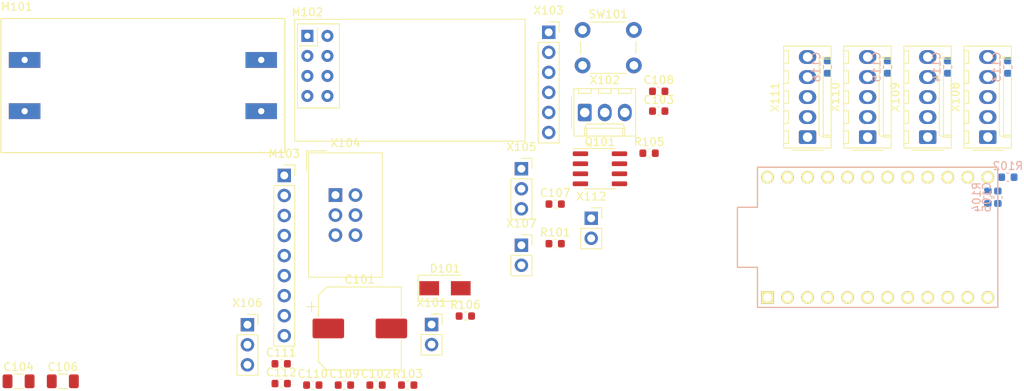
<source format=kicad_pcb>
(kicad_pcb (version 20171130) (host pcbnew "(5.1.2)-2")

  (general
    (thickness 1.6)
    (drawings 0)
    (tracks 0)
    (zones 0)
    (modules 41)
    (nets 28)
  )

  (page A4)
  (layers
    (0 F.Cu signal)
    (31 B.Cu signal)
    (32 B.Adhes user)
    (33 F.Adhes user)
    (34 B.Paste user)
    (35 F.Paste user)
    (36 B.SilkS user)
    (37 F.SilkS user)
    (38 B.Mask user)
    (39 F.Mask user)
    (40 Dwgs.User user)
    (41 Cmts.User user)
    (42 Eco1.User user)
    (43 Eco2.User user)
    (44 Edge.Cuts user)
    (45 Margin user)
    (46 B.CrtYd user hide)
    (47 F.CrtYd user hide)
    (48 B.Fab user hide)
    (49 F.Fab user hide)
  )

  (setup
    (last_trace_width 0.25)
    (trace_clearance 0.2)
    (zone_clearance 0.508)
    (zone_45_only no)
    (trace_min 0.2)
    (via_size 0.8)
    (via_drill 0.4)
    (via_min_size 0.4)
    (via_min_drill 0.3)
    (uvia_size 0.3)
    (uvia_drill 0.1)
    (uvias_allowed no)
    (uvia_min_size 0.2)
    (uvia_min_drill 0.1)
    (edge_width 0.05)
    (segment_width 0.2)
    (pcb_text_width 0.3)
    (pcb_text_size 1.5 1.5)
    (mod_edge_width 0.12)
    (mod_text_size 1 1)
    (mod_text_width 0.15)
    (pad_size 1.524 1.524)
    (pad_drill 0.762)
    (pad_to_mask_clearance 0.051)
    (solder_mask_min_width 0.25)
    (aux_axis_origin 0 0)
    (visible_elements 7FFFFFFF)
    (pcbplotparams
      (layerselection 0x010fc_ffffffff)
      (usegerberextensions false)
      (usegerberattributes false)
      (usegerberadvancedattributes false)
      (creategerberjobfile false)
      (excludeedgelayer true)
      (linewidth 0.100000)
      (plotframeref false)
      (viasonmask false)
      (mode 1)
      (useauxorigin false)
      (hpglpennumber 1)
      (hpglpenspeed 20)
      (hpglpendiameter 15.000000)
      (psnegative false)
      (psa4output false)
      (plotreference true)
      (plotvalue true)
      (plotinvisibletext false)
      (padsonsilk false)
      (subtractmaskfromsilk false)
      (outputformat 1)
      (mirror false)
      (drillshape 1)
      (scaleselection 1)
      (outputdirectory ""))
  )

  (net 0 "")
  (net 1 GND)
  (net 2 +BATT)
  (net 3 +3V3)
  (net 4 VBAT_AN)
  (net 5 /~RST)
  (net 6 /POT1_AN)
  (net 7 /POT2_AN)
  (net 8 /Stick_RH_AN)
  (net 9 /Stick_RV_AN)
  (net 10 /Stick_LH_AN)
  (net 11 /Stick_LV_AN)
  (net 12 PWR_HOLD)
  (net 13 "Net-(D101-Pad1)")
  (net 14 /MISO)
  (net 15 /MOSI)
  (net 16 /SCK)
  (net 17 /~nRF_CS)
  (net 18 /nRF_CE)
  (net 19 /LCD_BL)
  (net 20 /LCD_DC)
  (net 21 /~LCD_CS)
  (net 22 "Net-(Q101-Pad4)")
  (net 23 "Net-(Q101-Pad3)")
  (net 24 "Net-(Q101-Pad2)")
  (net 25 /MODE_SW)
  (net 26 /~EXP_CS)
  (net 27 "Net-(X102-Pad3)")

  (net_class Default "This is the default net class."
    (clearance 0.2)
    (trace_width 0.25)
    (via_dia 0.8)
    (via_drill 0.4)
    (uvia_dia 0.3)
    (uvia_drill 0.1)
    (add_net +3V3)
    (add_net +BATT)
    (add_net /LCD_BL)
    (add_net /LCD_DC)
    (add_net /MISO)
    (add_net /MODE_SW)
    (add_net /MOSI)
    (add_net /POT1_AN)
    (add_net /POT2_AN)
    (add_net /SCK)
    (add_net /Stick_LH_AN)
    (add_net /Stick_LV_AN)
    (add_net /Stick_RH_AN)
    (add_net /Stick_RV_AN)
    (add_net /nRF_CE)
    (add_net /~EXP_CS)
    (add_net /~LCD_CS)
    (add_net /~RST)
    (add_net /~nRF_CS)
    (add_net GND)
    (add_net "Net-(D101-Pad1)")
    (add_net "Net-(M102-Pad8)")
    (add_net "Net-(M103-Pad8)")
    (add_net "Net-(Q101-Pad2)")
    (add_net "Net-(Q101-Pad3)")
    (add_net "Net-(Q101-Pad4)")
    (add_net "Net-(S101-Pad24)")
    (add_net "Net-(X102-Pad3)")
    (add_net "Net-(X108-Pad2)")
    (add_net "Net-(X108-Pad4)")
    (add_net "Net-(X109-Pad2)")
    (add_net "Net-(X109-Pad4)")
    (add_net "Net-(X110-Pad2)")
    (add_net "Net-(X110-Pad4)")
    (add_net "Net-(X111-Pad2)")
    (add_net "Net-(X111-Pad4)")
    (add_net PWR_HOLD)
    (add_net VBAT_AN)
  )

  (module Connector_PinSocket_2.54mm:PinSocket_1x02_P2.54mm_Vertical (layer F.Cu) (tedit 5A19A420) (tstamp 5D1ABA4A)
    (at 168.148 91.567)
    (descr "Through hole straight socket strip, 1x02, 2.54mm pitch, single row (from Kicad 4.0.7), script generated")
    (tags "Through hole socket strip THT 1x02 2.54mm single row")
    (path /5D4C5867)
    (fp_text reference X112 (at 0 -2.77) (layer F.SilkS)
      (effects (font (size 1 1) (thickness 0.15)))
    )
    (fp_text value chrg (at 0 5.31) (layer F.Fab)
      (effects (font (size 1 1) (thickness 0.15)))
    )
    (fp_text user %R (at 0 1.27 90) (layer F.Fab)
      (effects (font (size 1 1) (thickness 0.15)))
    )
    (fp_line (start -1.8 4.3) (end -1.8 -1.8) (layer F.CrtYd) (width 0.05))
    (fp_line (start 1.75 4.3) (end -1.8 4.3) (layer F.CrtYd) (width 0.05))
    (fp_line (start 1.75 -1.8) (end 1.75 4.3) (layer F.CrtYd) (width 0.05))
    (fp_line (start -1.8 -1.8) (end 1.75 -1.8) (layer F.CrtYd) (width 0.05))
    (fp_line (start 0 -1.33) (end 1.33 -1.33) (layer F.SilkS) (width 0.12))
    (fp_line (start 1.33 -1.33) (end 1.33 0) (layer F.SilkS) (width 0.12))
    (fp_line (start 1.33 1.27) (end 1.33 3.87) (layer F.SilkS) (width 0.12))
    (fp_line (start -1.33 3.87) (end 1.33 3.87) (layer F.SilkS) (width 0.12))
    (fp_line (start -1.33 1.27) (end -1.33 3.87) (layer F.SilkS) (width 0.12))
    (fp_line (start -1.33 1.27) (end 1.33 1.27) (layer F.SilkS) (width 0.12))
    (fp_line (start -1.27 3.81) (end -1.27 -1.27) (layer F.Fab) (width 0.1))
    (fp_line (start 1.27 3.81) (end -1.27 3.81) (layer F.Fab) (width 0.1))
    (fp_line (start 1.27 -0.635) (end 1.27 3.81) (layer F.Fab) (width 0.1))
    (fp_line (start 0.635 -1.27) (end 1.27 -0.635) (layer F.Fab) (width 0.1))
    (fp_line (start -1.27 -1.27) (end 0.635 -1.27) (layer F.Fab) (width 0.1))
    (pad 2 thru_hole oval (at 0 2.54) (size 1.7 1.7) (drill 1) (layers *.Cu *.Mask)
      (net 1 GND))
    (pad 1 thru_hole rect (at 0 0) (size 1.7 1.7) (drill 1) (layers *.Cu *.Mask)
      (net 27 "Net-(X102-Pad3)"))
    (model ${KISYS3DMOD}/Connector_PinSocket_2.54mm.3dshapes/PinSocket_1x02_P2.54mm_Vertical.wrl
      (at (xyz 0 0 0))
      (scale (xyz 1 1 1))
      (rotate (xyz 0 0 0))
    )
  )

  (module Connector_Molex:Molex_KK-254_AE-6410-05A_1x05_P2.54mm_Vertical (layer F.Cu) (tedit 5B78013E) (tstamp 5D1AA72B)
    (at 195.58 81.28 90)
    (descr "Molex KK-254 Interconnect System, old/engineering part number: AE-6410-05A example for new part number: 22-27-2051, 5 Pins (http://www.molex.com/pdm_docs/sd/022272021_sd.pdf), generated with kicad-footprint-generator")
    (tags "connector Molex KK-254 side entry")
    (path /5D1F46AF)
    (fp_text reference X111 (at 5.08 -4.12 90) (layer F.SilkS)
      (effects (font (size 1 1) (thickness 0.15)))
    )
    (fp_text value Stick_LV (at 5.08 4.08 90) (layer F.Fab)
      (effects (font (size 1 1) (thickness 0.15)))
    )
    (fp_text user %R (at 5.08 -2.22 90) (layer F.Fab)
      (effects (font (size 1 1) (thickness 0.15)))
    )
    (fp_line (start 11.93 -3.42) (end -1.77 -3.42) (layer F.CrtYd) (width 0.05))
    (fp_line (start 11.93 3.38) (end 11.93 -3.42) (layer F.CrtYd) (width 0.05))
    (fp_line (start -1.77 3.38) (end 11.93 3.38) (layer F.CrtYd) (width 0.05))
    (fp_line (start -1.77 -3.42) (end -1.77 3.38) (layer F.CrtYd) (width 0.05))
    (fp_line (start 10.96 -2.43) (end 10.96 -3.03) (layer F.SilkS) (width 0.12))
    (fp_line (start 9.36 -2.43) (end 10.96 -2.43) (layer F.SilkS) (width 0.12))
    (fp_line (start 9.36 -3.03) (end 9.36 -2.43) (layer F.SilkS) (width 0.12))
    (fp_line (start 8.42 -2.43) (end 8.42 -3.03) (layer F.SilkS) (width 0.12))
    (fp_line (start 6.82 -2.43) (end 8.42 -2.43) (layer F.SilkS) (width 0.12))
    (fp_line (start 6.82 -3.03) (end 6.82 -2.43) (layer F.SilkS) (width 0.12))
    (fp_line (start 5.88 -2.43) (end 5.88 -3.03) (layer F.SilkS) (width 0.12))
    (fp_line (start 4.28 -2.43) (end 5.88 -2.43) (layer F.SilkS) (width 0.12))
    (fp_line (start 4.28 -3.03) (end 4.28 -2.43) (layer F.SilkS) (width 0.12))
    (fp_line (start 3.34 -2.43) (end 3.34 -3.03) (layer F.SilkS) (width 0.12))
    (fp_line (start 1.74 -2.43) (end 3.34 -2.43) (layer F.SilkS) (width 0.12))
    (fp_line (start 1.74 -3.03) (end 1.74 -2.43) (layer F.SilkS) (width 0.12))
    (fp_line (start 0.8 -2.43) (end 0.8 -3.03) (layer F.SilkS) (width 0.12))
    (fp_line (start -0.8 -2.43) (end 0.8 -2.43) (layer F.SilkS) (width 0.12))
    (fp_line (start -0.8 -3.03) (end -0.8 -2.43) (layer F.SilkS) (width 0.12))
    (fp_line (start 9.91 2.99) (end 9.91 1.99) (layer F.SilkS) (width 0.12))
    (fp_line (start 0.25 2.99) (end 0.25 1.99) (layer F.SilkS) (width 0.12))
    (fp_line (start 9.91 1.46) (end 10.16 1.99) (layer F.SilkS) (width 0.12))
    (fp_line (start 0.25 1.46) (end 9.91 1.46) (layer F.SilkS) (width 0.12))
    (fp_line (start 0 1.99) (end 0.25 1.46) (layer F.SilkS) (width 0.12))
    (fp_line (start 10.16 1.99) (end 10.16 2.99) (layer F.SilkS) (width 0.12))
    (fp_line (start 0 1.99) (end 10.16 1.99) (layer F.SilkS) (width 0.12))
    (fp_line (start 0 2.99) (end 0 1.99) (layer F.SilkS) (width 0.12))
    (fp_line (start -0.562893 0) (end -1.27 0.5) (layer F.Fab) (width 0.1))
    (fp_line (start -1.27 -0.5) (end -0.562893 0) (layer F.Fab) (width 0.1))
    (fp_line (start -1.67 -2) (end -1.67 2) (layer F.SilkS) (width 0.12))
    (fp_line (start 11.54 -3.03) (end -1.38 -3.03) (layer F.SilkS) (width 0.12))
    (fp_line (start 11.54 2.99) (end 11.54 -3.03) (layer F.SilkS) (width 0.12))
    (fp_line (start -1.38 2.99) (end 11.54 2.99) (layer F.SilkS) (width 0.12))
    (fp_line (start -1.38 -3.03) (end -1.38 2.99) (layer F.SilkS) (width 0.12))
    (fp_line (start 11.43 -2.92) (end -1.27 -2.92) (layer F.Fab) (width 0.1))
    (fp_line (start 11.43 2.88) (end 11.43 -2.92) (layer F.Fab) (width 0.1))
    (fp_line (start -1.27 2.88) (end 11.43 2.88) (layer F.Fab) (width 0.1))
    (fp_line (start -1.27 -2.92) (end -1.27 2.88) (layer F.Fab) (width 0.1))
    (pad 5 thru_hole oval (at 10.16 0 90) (size 1.74 2.2) (drill 1.2) (layers *.Cu *.Mask)
      (net 1 GND))
    (pad 4 thru_hole oval (at 7.62 0 90) (size 1.74 2.2) (drill 1.2) (layers *.Cu *.Mask))
    (pad 3 thru_hole oval (at 5.08 0 90) (size 1.74 2.2) (drill 1.2) (layers *.Cu *.Mask)
      (net 11 /Stick_LV_AN))
    (pad 2 thru_hole oval (at 2.54 0 90) (size 1.74 2.2) (drill 1.2) (layers *.Cu *.Mask))
    (pad 1 thru_hole roundrect (at 0 0 90) (size 1.74 2.2) (drill 1.2) (layers *.Cu *.Mask) (roundrect_rratio 0.143678)
      (net 3 +3V3))
    (model ${KISYS3DMOD}/Connector_Molex.3dshapes/Molex_KK-254_AE-6410-05A_1x05_P2.54mm_Vertical.wrl
      (at (xyz 0 0 0))
      (scale (xyz 1 1 1))
      (rotate (xyz 0 0 0))
    )
  )

  (module Connector_Molex:Molex_KK-254_AE-6410-05A_1x05_P2.54mm_Vertical (layer F.Cu) (tedit 5B78013E) (tstamp 5D1AA6FB)
    (at 203.2 81.28 90)
    (descr "Molex KK-254 Interconnect System, old/engineering part number: AE-6410-05A example for new part number: 22-27-2051, 5 Pins (http://www.molex.com/pdm_docs/sd/022272021_sd.pdf), generated with kicad-footprint-generator")
    (tags "connector Molex KK-254 side entry")
    (path /5D1F5B1A)
    (fp_text reference X110 (at 5.08 -4.12 90) (layer F.SilkS)
      (effects (font (size 1 1) (thickness 0.15)))
    )
    (fp_text value Stick_LH (at 5.08 4.08 90) (layer F.Fab)
      (effects (font (size 1 1) (thickness 0.15)))
    )
    (fp_text user %R (at 5.08 -2.22 90) (layer F.Fab)
      (effects (font (size 1 1) (thickness 0.15)))
    )
    (fp_line (start 11.93 -3.42) (end -1.77 -3.42) (layer F.CrtYd) (width 0.05))
    (fp_line (start 11.93 3.38) (end 11.93 -3.42) (layer F.CrtYd) (width 0.05))
    (fp_line (start -1.77 3.38) (end 11.93 3.38) (layer F.CrtYd) (width 0.05))
    (fp_line (start -1.77 -3.42) (end -1.77 3.38) (layer F.CrtYd) (width 0.05))
    (fp_line (start 10.96 -2.43) (end 10.96 -3.03) (layer F.SilkS) (width 0.12))
    (fp_line (start 9.36 -2.43) (end 10.96 -2.43) (layer F.SilkS) (width 0.12))
    (fp_line (start 9.36 -3.03) (end 9.36 -2.43) (layer F.SilkS) (width 0.12))
    (fp_line (start 8.42 -2.43) (end 8.42 -3.03) (layer F.SilkS) (width 0.12))
    (fp_line (start 6.82 -2.43) (end 8.42 -2.43) (layer F.SilkS) (width 0.12))
    (fp_line (start 6.82 -3.03) (end 6.82 -2.43) (layer F.SilkS) (width 0.12))
    (fp_line (start 5.88 -2.43) (end 5.88 -3.03) (layer F.SilkS) (width 0.12))
    (fp_line (start 4.28 -2.43) (end 5.88 -2.43) (layer F.SilkS) (width 0.12))
    (fp_line (start 4.28 -3.03) (end 4.28 -2.43) (layer F.SilkS) (width 0.12))
    (fp_line (start 3.34 -2.43) (end 3.34 -3.03) (layer F.SilkS) (width 0.12))
    (fp_line (start 1.74 -2.43) (end 3.34 -2.43) (layer F.SilkS) (width 0.12))
    (fp_line (start 1.74 -3.03) (end 1.74 -2.43) (layer F.SilkS) (width 0.12))
    (fp_line (start 0.8 -2.43) (end 0.8 -3.03) (layer F.SilkS) (width 0.12))
    (fp_line (start -0.8 -2.43) (end 0.8 -2.43) (layer F.SilkS) (width 0.12))
    (fp_line (start -0.8 -3.03) (end -0.8 -2.43) (layer F.SilkS) (width 0.12))
    (fp_line (start 9.91 2.99) (end 9.91 1.99) (layer F.SilkS) (width 0.12))
    (fp_line (start 0.25 2.99) (end 0.25 1.99) (layer F.SilkS) (width 0.12))
    (fp_line (start 9.91 1.46) (end 10.16 1.99) (layer F.SilkS) (width 0.12))
    (fp_line (start 0.25 1.46) (end 9.91 1.46) (layer F.SilkS) (width 0.12))
    (fp_line (start 0 1.99) (end 0.25 1.46) (layer F.SilkS) (width 0.12))
    (fp_line (start 10.16 1.99) (end 10.16 2.99) (layer F.SilkS) (width 0.12))
    (fp_line (start 0 1.99) (end 10.16 1.99) (layer F.SilkS) (width 0.12))
    (fp_line (start 0 2.99) (end 0 1.99) (layer F.SilkS) (width 0.12))
    (fp_line (start -0.562893 0) (end -1.27 0.5) (layer F.Fab) (width 0.1))
    (fp_line (start -1.27 -0.5) (end -0.562893 0) (layer F.Fab) (width 0.1))
    (fp_line (start -1.67 -2) (end -1.67 2) (layer F.SilkS) (width 0.12))
    (fp_line (start 11.54 -3.03) (end -1.38 -3.03) (layer F.SilkS) (width 0.12))
    (fp_line (start 11.54 2.99) (end 11.54 -3.03) (layer F.SilkS) (width 0.12))
    (fp_line (start -1.38 2.99) (end 11.54 2.99) (layer F.SilkS) (width 0.12))
    (fp_line (start -1.38 -3.03) (end -1.38 2.99) (layer F.SilkS) (width 0.12))
    (fp_line (start 11.43 -2.92) (end -1.27 -2.92) (layer F.Fab) (width 0.1))
    (fp_line (start 11.43 2.88) (end 11.43 -2.92) (layer F.Fab) (width 0.1))
    (fp_line (start -1.27 2.88) (end 11.43 2.88) (layer F.Fab) (width 0.1))
    (fp_line (start -1.27 -2.92) (end -1.27 2.88) (layer F.Fab) (width 0.1))
    (pad 5 thru_hole oval (at 10.16 0 90) (size 1.74 2.2) (drill 1.2) (layers *.Cu *.Mask)
      (net 1 GND))
    (pad 4 thru_hole oval (at 7.62 0 90) (size 1.74 2.2) (drill 1.2) (layers *.Cu *.Mask))
    (pad 3 thru_hole oval (at 5.08 0 90) (size 1.74 2.2) (drill 1.2) (layers *.Cu *.Mask)
      (net 10 /Stick_LH_AN))
    (pad 2 thru_hole oval (at 2.54 0 90) (size 1.74 2.2) (drill 1.2) (layers *.Cu *.Mask))
    (pad 1 thru_hole roundrect (at 0 0 90) (size 1.74 2.2) (drill 1.2) (layers *.Cu *.Mask) (roundrect_rratio 0.143678)
      (net 3 +3V3))
    (model ${KISYS3DMOD}/Connector_Molex.3dshapes/Molex_KK-254_AE-6410-05A_1x05_P2.54mm_Vertical.wrl
      (at (xyz 0 0 0))
      (scale (xyz 1 1 1))
      (rotate (xyz 0 0 0))
    )
  )

  (module Connector_Molex:Molex_KK-254_AE-6410-05A_1x05_P2.54mm_Vertical (layer F.Cu) (tedit 5B78013E) (tstamp 5D1AA6CB)
    (at 210.82 81.28 90)
    (descr "Molex KK-254 Interconnect System, old/engineering part number: AE-6410-05A example for new part number: 22-27-2051, 5 Pins (http://www.molex.com/pdm_docs/sd/022272021_sd.pdf), generated with kicad-footprint-generator")
    (tags "connector Molex KK-254 side entry")
    (path /5D1F4113)
    (fp_text reference X109 (at 5.08 -4.12 90) (layer F.SilkS)
      (effects (font (size 1 1) (thickness 0.15)))
    )
    (fp_text value Stick_RV (at 5.08 4.08 90) (layer F.Fab)
      (effects (font (size 1 1) (thickness 0.15)))
    )
    (fp_text user %R (at 5.08 -2.22 90) (layer F.Fab)
      (effects (font (size 1 1) (thickness 0.15)))
    )
    (fp_line (start 11.93 -3.42) (end -1.77 -3.42) (layer F.CrtYd) (width 0.05))
    (fp_line (start 11.93 3.38) (end 11.93 -3.42) (layer F.CrtYd) (width 0.05))
    (fp_line (start -1.77 3.38) (end 11.93 3.38) (layer F.CrtYd) (width 0.05))
    (fp_line (start -1.77 -3.42) (end -1.77 3.38) (layer F.CrtYd) (width 0.05))
    (fp_line (start 10.96 -2.43) (end 10.96 -3.03) (layer F.SilkS) (width 0.12))
    (fp_line (start 9.36 -2.43) (end 10.96 -2.43) (layer F.SilkS) (width 0.12))
    (fp_line (start 9.36 -3.03) (end 9.36 -2.43) (layer F.SilkS) (width 0.12))
    (fp_line (start 8.42 -2.43) (end 8.42 -3.03) (layer F.SilkS) (width 0.12))
    (fp_line (start 6.82 -2.43) (end 8.42 -2.43) (layer F.SilkS) (width 0.12))
    (fp_line (start 6.82 -3.03) (end 6.82 -2.43) (layer F.SilkS) (width 0.12))
    (fp_line (start 5.88 -2.43) (end 5.88 -3.03) (layer F.SilkS) (width 0.12))
    (fp_line (start 4.28 -2.43) (end 5.88 -2.43) (layer F.SilkS) (width 0.12))
    (fp_line (start 4.28 -3.03) (end 4.28 -2.43) (layer F.SilkS) (width 0.12))
    (fp_line (start 3.34 -2.43) (end 3.34 -3.03) (layer F.SilkS) (width 0.12))
    (fp_line (start 1.74 -2.43) (end 3.34 -2.43) (layer F.SilkS) (width 0.12))
    (fp_line (start 1.74 -3.03) (end 1.74 -2.43) (layer F.SilkS) (width 0.12))
    (fp_line (start 0.8 -2.43) (end 0.8 -3.03) (layer F.SilkS) (width 0.12))
    (fp_line (start -0.8 -2.43) (end 0.8 -2.43) (layer F.SilkS) (width 0.12))
    (fp_line (start -0.8 -3.03) (end -0.8 -2.43) (layer F.SilkS) (width 0.12))
    (fp_line (start 9.91 2.99) (end 9.91 1.99) (layer F.SilkS) (width 0.12))
    (fp_line (start 0.25 2.99) (end 0.25 1.99) (layer F.SilkS) (width 0.12))
    (fp_line (start 9.91 1.46) (end 10.16 1.99) (layer F.SilkS) (width 0.12))
    (fp_line (start 0.25 1.46) (end 9.91 1.46) (layer F.SilkS) (width 0.12))
    (fp_line (start 0 1.99) (end 0.25 1.46) (layer F.SilkS) (width 0.12))
    (fp_line (start 10.16 1.99) (end 10.16 2.99) (layer F.SilkS) (width 0.12))
    (fp_line (start 0 1.99) (end 10.16 1.99) (layer F.SilkS) (width 0.12))
    (fp_line (start 0 2.99) (end 0 1.99) (layer F.SilkS) (width 0.12))
    (fp_line (start -0.562893 0) (end -1.27 0.5) (layer F.Fab) (width 0.1))
    (fp_line (start -1.27 -0.5) (end -0.562893 0) (layer F.Fab) (width 0.1))
    (fp_line (start -1.67 -2) (end -1.67 2) (layer F.SilkS) (width 0.12))
    (fp_line (start 11.54 -3.03) (end -1.38 -3.03) (layer F.SilkS) (width 0.12))
    (fp_line (start 11.54 2.99) (end 11.54 -3.03) (layer F.SilkS) (width 0.12))
    (fp_line (start -1.38 2.99) (end 11.54 2.99) (layer F.SilkS) (width 0.12))
    (fp_line (start -1.38 -3.03) (end -1.38 2.99) (layer F.SilkS) (width 0.12))
    (fp_line (start 11.43 -2.92) (end -1.27 -2.92) (layer F.Fab) (width 0.1))
    (fp_line (start 11.43 2.88) (end 11.43 -2.92) (layer F.Fab) (width 0.1))
    (fp_line (start -1.27 2.88) (end 11.43 2.88) (layer F.Fab) (width 0.1))
    (fp_line (start -1.27 -2.92) (end -1.27 2.88) (layer F.Fab) (width 0.1))
    (pad 5 thru_hole oval (at 10.16 0 90) (size 1.74 2.2) (drill 1.2) (layers *.Cu *.Mask)
      (net 1 GND))
    (pad 4 thru_hole oval (at 7.62 0 90) (size 1.74 2.2) (drill 1.2) (layers *.Cu *.Mask))
    (pad 3 thru_hole oval (at 5.08 0 90) (size 1.74 2.2) (drill 1.2) (layers *.Cu *.Mask)
      (net 9 /Stick_RV_AN))
    (pad 2 thru_hole oval (at 2.54 0 90) (size 1.74 2.2) (drill 1.2) (layers *.Cu *.Mask))
    (pad 1 thru_hole roundrect (at 0 0 90) (size 1.74 2.2) (drill 1.2) (layers *.Cu *.Mask) (roundrect_rratio 0.143678)
      (net 3 +3V3))
    (model ${KISYS3DMOD}/Connector_Molex.3dshapes/Molex_KK-254_AE-6410-05A_1x05_P2.54mm_Vertical.wrl
      (at (xyz 0 0 0))
      (scale (xyz 1 1 1))
      (rotate (xyz 0 0 0))
    )
  )

  (module Connector_Molex:Molex_KK-254_AE-6410-05A_1x05_P2.54mm_Vertical (layer F.Cu) (tedit 5B78013E) (tstamp 5D1AA69B)
    (at 218.44 81.28 90)
    (descr "Molex KK-254 Interconnect System, old/engineering part number: AE-6410-05A example for new part number: 22-27-2051, 5 Pins (http://www.molex.com/pdm_docs/sd/022272021_sd.pdf), generated with kicad-footprint-generator")
    (tags "connector Molex KK-254 side entry")
    (path /5D1F2F3A)
    (fp_text reference X108 (at 5.08 -4.12 90) (layer F.SilkS)
      (effects (font (size 1 1) (thickness 0.15)))
    )
    (fp_text value Stick_RH (at 5.08 4.08 90) (layer F.Fab)
      (effects (font (size 1 1) (thickness 0.15)))
    )
    (fp_text user %R (at 5.08 -2.22 90) (layer F.Fab)
      (effects (font (size 1 1) (thickness 0.15)))
    )
    (fp_line (start 11.93 -3.42) (end -1.77 -3.42) (layer F.CrtYd) (width 0.05))
    (fp_line (start 11.93 3.38) (end 11.93 -3.42) (layer F.CrtYd) (width 0.05))
    (fp_line (start -1.77 3.38) (end 11.93 3.38) (layer F.CrtYd) (width 0.05))
    (fp_line (start -1.77 -3.42) (end -1.77 3.38) (layer F.CrtYd) (width 0.05))
    (fp_line (start 10.96 -2.43) (end 10.96 -3.03) (layer F.SilkS) (width 0.12))
    (fp_line (start 9.36 -2.43) (end 10.96 -2.43) (layer F.SilkS) (width 0.12))
    (fp_line (start 9.36 -3.03) (end 9.36 -2.43) (layer F.SilkS) (width 0.12))
    (fp_line (start 8.42 -2.43) (end 8.42 -3.03) (layer F.SilkS) (width 0.12))
    (fp_line (start 6.82 -2.43) (end 8.42 -2.43) (layer F.SilkS) (width 0.12))
    (fp_line (start 6.82 -3.03) (end 6.82 -2.43) (layer F.SilkS) (width 0.12))
    (fp_line (start 5.88 -2.43) (end 5.88 -3.03) (layer F.SilkS) (width 0.12))
    (fp_line (start 4.28 -2.43) (end 5.88 -2.43) (layer F.SilkS) (width 0.12))
    (fp_line (start 4.28 -3.03) (end 4.28 -2.43) (layer F.SilkS) (width 0.12))
    (fp_line (start 3.34 -2.43) (end 3.34 -3.03) (layer F.SilkS) (width 0.12))
    (fp_line (start 1.74 -2.43) (end 3.34 -2.43) (layer F.SilkS) (width 0.12))
    (fp_line (start 1.74 -3.03) (end 1.74 -2.43) (layer F.SilkS) (width 0.12))
    (fp_line (start 0.8 -2.43) (end 0.8 -3.03) (layer F.SilkS) (width 0.12))
    (fp_line (start -0.8 -2.43) (end 0.8 -2.43) (layer F.SilkS) (width 0.12))
    (fp_line (start -0.8 -3.03) (end -0.8 -2.43) (layer F.SilkS) (width 0.12))
    (fp_line (start 9.91 2.99) (end 9.91 1.99) (layer F.SilkS) (width 0.12))
    (fp_line (start 0.25 2.99) (end 0.25 1.99) (layer F.SilkS) (width 0.12))
    (fp_line (start 9.91 1.46) (end 10.16 1.99) (layer F.SilkS) (width 0.12))
    (fp_line (start 0.25 1.46) (end 9.91 1.46) (layer F.SilkS) (width 0.12))
    (fp_line (start 0 1.99) (end 0.25 1.46) (layer F.SilkS) (width 0.12))
    (fp_line (start 10.16 1.99) (end 10.16 2.99) (layer F.SilkS) (width 0.12))
    (fp_line (start 0 1.99) (end 10.16 1.99) (layer F.SilkS) (width 0.12))
    (fp_line (start 0 2.99) (end 0 1.99) (layer F.SilkS) (width 0.12))
    (fp_line (start -0.562893 0) (end -1.27 0.5) (layer F.Fab) (width 0.1))
    (fp_line (start -1.27 -0.5) (end -0.562893 0) (layer F.Fab) (width 0.1))
    (fp_line (start -1.67 -2) (end -1.67 2) (layer F.SilkS) (width 0.12))
    (fp_line (start 11.54 -3.03) (end -1.38 -3.03) (layer F.SilkS) (width 0.12))
    (fp_line (start 11.54 2.99) (end 11.54 -3.03) (layer F.SilkS) (width 0.12))
    (fp_line (start -1.38 2.99) (end 11.54 2.99) (layer F.SilkS) (width 0.12))
    (fp_line (start -1.38 -3.03) (end -1.38 2.99) (layer F.SilkS) (width 0.12))
    (fp_line (start 11.43 -2.92) (end -1.27 -2.92) (layer F.Fab) (width 0.1))
    (fp_line (start 11.43 2.88) (end 11.43 -2.92) (layer F.Fab) (width 0.1))
    (fp_line (start -1.27 2.88) (end 11.43 2.88) (layer F.Fab) (width 0.1))
    (fp_line (start -1.27 -2.92) (end -1.27 2.88) (layer F.Fab) (width 0.1))
    (pad 5 thru_hole oval (at 10.16 0 90) (size 1.74 2.2) (drill 1.2) (layers *.Cu *.Mask)
      (net 1 GND))
    (pad 4 thru_hole oval (at 7.62 0 90) (size 1.74 2.2) (drill 1.2) (layers *.Cu *.Mask))
    (pad 3 thru_hole oval (at 5.08 0 90) (size 1.74 2.2) (drill 1.2) (layers *.Cu *.Mask)
      (net 8 /Stick_RH_AN))
    (pad 2 thru_hole oval (at 2.54 0 90) (size 1.74 2.2) (drill 1.2) (layers *.Cu *.Mask))
    (pad 1 thru_hole roundrect (at 0 0 90) (size 1.74 2.2) (drill 1.2) (layers *.Cu *.Mask) (roundrect_rratio 0.143678)
      (net 3 +3V3))
    (model ${KISYS3DMOD}/Connector_Molex.3dshapes/Molex_KK-254_AE-6410-05A_1x05_P2.54mm_Vertical.wrl
      (at (xyz 0 0 0))
      (scale (xyz 1 1 1))
      (rotate (xyz 0 0 0))
    )
  )

  (module Connector_PinSocket_2.54mm:PinSocket_1x02_P2.54mm_Vertical (layer F.Cu) (tedit 5A19A420) (tstamp 5D1AA66B)
    (at 159.296 94.987)
    (descr "Through hole straight socket strip, 1x02, 2.54mm pitch, single row (from Kicad 4.0.7), script generated")
    (tags "Through hole socket strip THT 1x02 2.54mm single row")
    (path /5D412F72)
    (fp_text reference X107 (at 0 -2.77) (layer F.SilkS)
      (effects (font (size 1 1) (thickness 0.15)))
    )
    (fp_text value mode (at 0 5.31) (layer F.Fab)
      (effects (font (size 1 1) (thickness 0.15)))
    )
    (fp_text user %R (at 0 1.27 90) (layer F.Fab)
      (effects (font (size 1 1) (thickness 0.15)))
    )
    (fp_line (start -1.8 4.3) (end -1.8 -1.8) (layer F.CrtYd) (width 0.05))
    (fp_line (start 1.75 4.3) (end -1.8 4.3) (layer F.CrtYd) (width 0.05))
    (fp_line (start 1.75 -1.8) (end 1.75 4.3) (layer F.CrtYd) (width 0.05))
    (fp_line (start -1.8 -1.8) (end 1.75 -1.8) (layer F.CrtYd) (width 0.05))
    (fp_line (start 0 -1.33) (end 1.33 -1.33) (layer F.SilkS) (width 0.12))
    (fp_line (start 1.33 -1.33) (end 1.33 0) (layer F.SilkS) (width 0.12))
    (fp_line (start 1.33 1.27) (end 1.33 3.87) (layer F.SilkS) (width 0.12))
    (fp_line (start -1.33 3.87) (end 1.33 3.87) (layer F.SilkS) (width 0.12))
    (fp_line (start -1.33 1.27) (end -1.33 3.87) (layer F.SilkS) (width 0.12))
    (fp_line (start -1.33 1.27) (end 1.33 1.27) (layer F.SilkS) (width 0.12))
    (fp_line (start -1.27 3.81) (end -1.27 -1.27) (layer F.Fab) (width 0.1))
    (fp_line (start 1.27 3.81) (end -1.27 3.81) (layer F.Fab) (width 0.1))
    (fp_line (start 1.27 -0.635) (end 1.27 3.81) (layer F.Fab) (width 0.1))
    (fp_line (start 0.635 -1.27) (end 1.27 -0.635) (layer F.Fab) (width 0.1))
    (fp_line (start -1.27 -1.27) (end 0.635 -1.27) (layer F.Fab) (width 0.1))
    (pad 2 thru_hole oval (at 0 2.54) (size 1.7 1.7) (drill 1) (layers *.Cu *.Mask)
      (net 1 GND))
    (pad 1 thru_hole rect (at 0 0) (size 1.7 1.7) (drill 1) (layers *.Cu *.Mask)
      (net 25 /MODE_SW))
    (model ${KISYS3DMOD}/Connector_PinSocket_2.54mm.3dshapes/PinSocket_1x02_P2.54mm_Vertical.wrl
      (at (xyz 0 0 0))
      (scale (xyz 1 1 1))
      (rotate (xyz 0 0 0))
    )
  )

  (module Connector_PinSocket_2.54mm:PinSocket_1x03_P2.54mm_Vertical (layer F.Cu) (tedit 5A19A429) (tstamp 5D1AA655)
    (at 124.556 105.067)
    (descr "Through hole straight socket strip, 1x03, 2.54mm pitch, single row (from Kicad 4.0.7), script generated")
    (tags "Through hole socket strip THT 1x03 2.54mm single row")
    (path /5D2A7688)
    (fp_text reference X106 (at 0 -2.77) (layer F.SilkS)
      (effects (font (size 1 1) (thickness 0.15)))
    )
    (fp_text value POT2 (at 0 7.85) (layer F.Fab)
      (effects (font (size 1 1) (thickness 0.15)))
    )
    (fp_text user %R (at 0 2.54 90) (layer F.Fab)
      (effects (font (size 1 1) (thickness 0.15)))
    )
    (fp_line (start -1.8 6.85) (end -1.8 -1.8) (layer F.CrtYd) (width 0.05))
    (fp_line (start 1.75 6.85) (end -1.8 6.85) (layer F.CrtYd) (width 0.05))
    (fp_line (start 1.75 -1.8) (end 1.75 6.85) (layer F.CrtYd) (width 0.05))
    (fp_line (start -1.8 -1.8) (end 1.75 -1.8) (layer F.CrtYd) (width 0.05))
    (fp_line (start 0 -1.33) (end 1.33 -1.33) (layer F.SilkS) (width 0.12))
    (fp_line (start 1.33 -1.33) (end 1.33 0) (layer F.SilkS) (width 0.12))
    (fp_line (start 1.33 1.27) (end 1.33 6.41) (layer F.SilkS) (width 0.12))
    (fp_line (start -1.33 6.41) (end 1.33 6.41) (layer F.SilkS) (width 0.12))
    (fp_line (start -1.33 1.27) (end -1.33 6.41) (layer F.SilkS) (width 0.12))
    (fp_line (start -1.33 1.27) (end 1.33 1.27) (layer F.SilkS) (width 0.12))
    (fp_line (start -1.27 6.35) (end -1.27 -1.27) (layer F.Fab) (width 0.1))
    (fp_line (start 1.27 6.35) (end -1.27 6.35) (layer F.Fab) (width 0.1))
    (fp_line (start 1.27 -0.635) (end 1.27 6.35) (layer F.Fab) (width 0.1))
    (fp_line (start 0.635 -1.27) (end 1.27 -0.635) (layer F.Fab) (width 0.1))
    (fp_line (start -1.27 -1.27) (end 0.635 -1.27) (layer F.Fab) (width 0.1))
    (pad 3 thru_hole oval (at 0 5.08) (size 1.7 1.7) (drill 1) (layers *.Cu *.Mask)
      (net 1 GND))
    (pad 2 thru_hole oval (at 0 2.54) (size 1.7 1.7) (drill 1) (layers *.Cu *.Mask)
      (net 7 /POT2_AN))
    (pad 1 thru_hole rect (at 0 0) (size 1.7 1.7) (drill 1) (layers *.Cu *.Mask)
      (net 3 +3V3))
    (model ${KISYS3DMOD}/Connector_PinSocket_2.54mm.3dshapes/PinSocket_1x03_P2.54mm_Vertical.wrl
      (at (xyz 0 0 0))
      (scale (xyz 1 1 1))
      (rotate (xyz 0 0 0))
    )
  )

  (module Connector_PinSocket_2.54mm:PinSocket_1x03_P2.54mm_Vertical (layer F.Cu) (tedit 5A19A429) (tstamp 5D1AA63E)
    (at 159.296 85.287)
    (descr "Through hole straight socket strip, 1x03, 2.54mm pitch, single row (from Kicad 4.0.7), script generated")
    (tags "Through hole socket strip THT 1x03 2.54mm single row")
    (path /5D262D86)
    (fp_text reference X105 (at 0 -2.77) (layer F.SilkS)
      (effects (font (size 1 1) (thickness 0.15)))
    )
    (fp_text value POT1 (at 0 7.85) (layer F.Fab)
      (effects (font (size 1 1) (thickness 0.15)))
    )
    (fp_text user %R (at 0 2.54 90) (layer F.Fab)
      (effects (font (size 1 1) (thickness 0.15)))
    )
    (fp_line (start -1.8 6.85) (end -1.8 -1.8) (layer F.CrtYd) (width 0.05))
    (fp_line (start 1.75 6.85) (end -1.8 6.85) (layer F.CrtYd) (width 0.05))
    (fp_line (start 1.75 -1.8) (end 1.75 6.85) (layer F.CrtYd) (width 0.05))
    (fp_line (start -1.8 -1.8) (end 1.75 -1.8) (layer F.CrtYd) (width 0.05))
    (fp_line (start 0 -1.33) (end 1.33 -1.33) (layer F.SilkS) (width 0.12))
    (fp_line (start 1.33 -1.33) (end 1.33 0) (layer F.SilkS) (width 0.12))
    (fp_line (start 1.33 1.27) (end 1.33 6.41) (layer F.SilkS) (width 0.12))
    (fp_line (start -1.33 6.41) (end 1.33 6.41) (layer F.SilkS) (width 0.12))
    (fp_line (start -1.33 1.27) (end -1.33 6.41) (layer F.SilkS) (width 0.12))
    (fp_line (start -1.33 1.27) (end 1.33 1.27) (layer F.SilkS) (width 0.12))
    (fp_line (start -1.27 6.35) (end -1.27 -1.27) (layer F.Fab) (width 0.1))
    (fp_line (start 1.27 6.35) (end -1.27 6.35) (layer F.Fab) (width 0.1))
    (fp_line (start 1.27 -0.635) (end 1.27 6.35) (layer F.Fab) (width 0.1))
    (fp_line (start 0.635 -1.27) (end 1.27 -0.635) (layer F.Fab) (width 0.1))
    (fp_line (start -1.27 -1.27) (end 0.635 -1.27) (layer F.Fab) (width 0.1))
    (pad 3 thru_hole oval (at 0 5.08) (size 1.7 1.7) (drill 1) (layers *.Cu *.Mask)
      (net 1 GND))
    (pad 2 thru_hole oval (at 0 2.54) (size 1.7 1.7) (drill 1) (layers *.Cu *.Mask)
      (net 6 /POT1_AN))
    (pad 1 thru_hole rect (at 0 0) (size 1.7 1.7) (drill 1) (layers *.Cu *.Mask)
      (net 3 +3V3))
    (model ${KISYS3DMOD}/Connector_PinSocket_2.54mm.3dshapes/PinSocket_1x03_P2.54mm_Vertical.wrl
      (at (xyz 0 0 0))
      (scale (xyz 1 1 1))
      (rotate (xyz 0 0 0))
    )
  )

  (module Connector_IDC:IDC-Header_2x03_P2.54mm_Vertical (layer F.Cu) (tedit 59DE0819) (tstamp 5D1AA627)
    (at 135.716 88.622)
    (descr "Through hole straight IDC box header, 2x03, 2.54mm pitch, double rows")
    (tags "Through hole IDC box header THT 2x03 2.54mm double row")
    (path /5D2EA342)
    (fp_text reference X104 (at 1.27 -6.604) (layer F.SilkS)
      (effects (font (size 1 1) (thickness 0.15)))
    )
    (fp_text value AVR-ISP-6 (at 1.27 11.684) (layer F.Fab)
      (effects (font (size 1 1) (thickness 0.15)))
    )
    (fp_line (start -3.655 -5.6) (end -1.115 -5.6) (layer F.SilkS) (width 0.12))
    (fp_line (start -3.655 -5.6) (end -3.655 -3.06) (layer F.SilkS) (width 0.12))
    (fp_line (start -3.405 -5.35) (end 5.945 -5.35) (layer F.SilkS) (width 0.12))
    (fp_line (start -3.405 10.43) (end -3.405 -5.35) (layer F.SilkS) (width 0.12))
    (fp_line (start 5.945 10.43) (end -3.405 10.43) (layer F.SilkS) (width 0.12))
    (fp_line (start 5.945 -5.35) (end 5.945 10.43) (layer F.SilkS) (width 0.12))
    (fp_line (start -3.41 -5.35) (end 5.95 -5.35) (layer F.CrtYd) (width 0.05))
    (fp_line (start -3.41 10.43) (end -3.41 -5.35) (layer F.CrtYd) (width 0.05))
    (fp_line (start 5.95 10.43) (end -3.41 10.43) (layer F.CrtYd) (width 0.05))
    (fp_line (start 5.95 -5.35) (end 5.95 10.43) (layer F.CrtYd) (width 0.05))
    (fp_line (start -3.155 10.18) (end -2.605 9.62) (layer F.Fab) (width 0.1))
    (fp_line (start -3.155 -5.1) (end -2.605 -4.56) (layer F.Fab) (width 0.1))
    (fp_line (start 5.695 10.18) (end 5.145 9.62) (layer F.Fab) (width 0.1))
    (fp_line (start 5.695 -5.1) (end 5.145 -4.56) (layer F.Fab) (width 0.1))
    (fp_line (start 5.145 9.62) (end -2.605 9.62) (layer F.Fab) (width 0.1))
    (fp_line (start 5.695 10.18) (end -3.155 10.18) (layer F.Fab) (width 0.1))
    (fp_line (start 5.145 -4.56) (end -2.605 -4.56) (layer F.Fab) (width 0.1))
    (fp_line (start 5.695 -5.1) (end -3.155 -5.1) (layer F.Fab) (width 0.1))
    (fp_line (start -2.605 4.79) (end -3.155 4.79) (layer F.Fab) (width 0.1))
    (fp_line (start -2.605 0.29) (end -3.155 0.29) (layer F.Fab) (width 0.1))
    (fp_line (start -2.605 4.79) (end -2.605 9.62) (layer F.Fab) (width 0.1))
    (fp_line (start -2.605 -4.56) (end -2.605 0.29) (layer F.Fab) (width 0.1))
    (fp_line (start -3.155 -5.1) (end -3.155 10.18) (layer F.Fab) (width 0.1))
    (fp_line (start 5.145 -4.56) (end 5.145 9.62) (layer F.Fab) (width 0.1))
    (fp_line (start 5.695 -5.1) (end 5.695 10.18) (layer F.Fab) (width 0.1))
    (fp_text user %R (at 1.27 2.54) (layer F.Fab)
      (effects (font (size 1 1) (thickness 0.15)))
    )
    (pad 6 thru_hole oval (at 2.54 5.08) (size 1.7272 1.7272) (drill 1.016) (layers *.Cu *.Mask)
      (net 1 GND))
    (pad 5 thru_hole oval (at 0 5.08) (size 1.7272 1.7272) (drill 1.016) (layers *.Cu *.Mask)
      (net 5 /~RST))
    (pad 4 thru_hole oval (at 2.54 2.54) (size 1.7272 1.7272) (drill 1.016) (layers *.Cu *.Mask)
      (net 15 /MOSI))
    (pad 3 thru_hole oval (at 0 2.54) (size 1.7272 1.7272) (drill 1.016) (layers *.Cu *.Mask)
      (net 16 /SCK))
    (pad 2 thru_hole oval (at 2.54 0) (size 1.7272 1.7272) (drill 1.016) (layers *.Cu *.Mask)
      (net 3 +3V3))
    (pad 1 thru_hole rect (at 0 0) (size 1.7272 1.7272) (drill 1.016) (layers *.Cu *.Mask)
      (net 14 /MISO))
    (model ${KISYS3DMOD}/Connector_IDC.3dshapes/IDC-Header_2x03_P2.54mm_Vertical.wrl
      (at (xyz 0 0 0))
      (scale (xyz 1 1 1))
      (rotate (xyz 0 0 0))
    )
  )

  (module Connector_PinSocket_2.54mm:PinSocket_1x06_P2.54mm_Vertical (layer F.Cu) (tedit 5A19A430) (tstamp 5D1AA603)
    (at 162.756 67.987)
    (descr "Through hole straight socket strip, 1x06, 2.54mm pitch, single row (from Kicad 4.0.7), script generated")
    (tags "Through hole socket strip THT 1x06 2.54mm single row")
    (path /5D3B13B8)
    (fp_text reference X103 (at 0 -2.77) (layer F.SilkS)
      (effects (font (size 1 1) (thickness 0.15)))
    )
    (fp_text value SPI (at 0 15.47) (layer F.Fab)
      (effects (font (size 1 1) (thickness 0.15)))
    )
    (fp_text user %R (at 0 6.35 90) (layer F.Fab)
      (effects (font (size 1 1) (thickness 0.15)))
    )
    (fp_line (start -1.8 14.45) (end -1.8 -1.8) (layer F.CrtYd) (width 0.05))
    (fp_line (start 1.75 14.45) (end -1.8 14.45) (layer F.CrtYd) (width 0.05))
    (fp_line (start 1.75 -1.8) (end 1.75 14.45) (layer F.CrtYd) (width 0.05))
    (fp_line (start -1.8 -1.8) (end 1.75 -1.8) (layer F.CrtYd) (width 0.05))
    (fp_line (start 0 -1.33) (end 1.33 -1.33) (layer F.SilkS) (width 0.12))
    (fp_line (start 1.33 -1.33) (end 1.33 0) (layer F.SilkS) (width 0.12))
    (fp_line (start 1.33 1.27) (end 1.33 14.03) (layer F.SilkS) (width 0.12))
    (fp_line (start -1.33 14.03) (end 1.33 14.03) (layer F.SilkS) (width 0.12))
    (fp_line (start -1.33 1.27) (end -1.33 14.03) (layer F.SilkS) (width 0.12))
    (fp_line (start -1.33 1.27) (end 1.33 1.27) (layer F.SilkS) (width 0.12))
    (fp_line (start -1.27 13.97) (end -1.27 -1.27) (layer F.Fab) (width 0.1))
    (fp_line (start 1.27 13.97) (end -1.27 13.97) (layer F.Fab) (width 0.1))
    (fp_line (start 1.27 -0.635) (end 1.27 13.97) (layer F.Fab) (width 0.1))
    (fp_line (start 0.635 -1.27) (end 1.27 -0.635) (layer F.Fab) (width 0.1))
    (fp_line (start -1.27 -1.27) (end 0.635 -1.27) (layer F.Fab) (width 0.1))
    (pad 6 thru_hole oval (at 0 12.7) (size 1.7 1.7) (drill 1) (layers *.Cu *.Mask)
      (net 1 GND))
    (pad 5 thru_hole oval (at 0 10.16) (size 1.7 1.7) (drill 1) (layers *.Cu *.Mask)
      (net 26 /~EXP_CS))
    (pad 4 thru_hole oval (at 0 7.62) (size 1.7 1.7) (drill 1) (layers *.Cu *.Mask)
      (net 14 /MISO))
    (pad 3 thru_hole oval (at 0 5.08) (size 1.7 1.7) (drill 1) (layers *.Cu *.Mask)
      (net 15 /MOSI))
    (pad 2 thru_hole oval (at 0 2.54) (size 1.7 1.7) (drill 1) (layers *.Cu *.Mask)
      (net 16 /SCK))
    (pad 1 thru_hole rect (at 0 0) (size 1.7 1.7) (drill 1) (layers *.Cu *.Mask)
      (net 3 +3V3))
    (model ${KISYS3DMOD}/Connector_PinSocket_2.54mm.3dshapes/PinSocket_1x06_P2.54mm_Vertical.wrl
      (at (xyz 0 0 0))
      (scale (xyz 1 1 1))
      (rotate (xyz 0 0 0))
    )
  )

  (module Connector_Molex:Molex_KK-254_AE-6410-03A_1x03_P2.54mm_Vertical (layer F.Cu) (tedit 5B78013E) (tstamp 5D1AA5E9)
    (at 167.326 78.157)
    (descr "Molex KK-254 Interconnect System, old/engineering part number: AE-6410-03A example for new part number: 22-27-2031, 3 Pins (http://www.molex.com/pdm_docs/sd/022272021_sd.pdf), generated with kicad-footprint-generator")
    (tags "connector Molex KK-254 side entry")
    (path /5D1A1281)
    (fp_text reference X102 (at 2.54 -4.12) (layer F.SilkS)
      (effects (font (size 1 1) (thickness 0.15)))
    )
    (fp_text value battery (at 2.54 4.08) (layer F.Fab)
      (effects (font (size 1 1) (thickness 0.15)))
    )
    (fp_text user %R (at 2.54 -2.22) (layer F.Fab)
      (effects (font (size 1 1) (thickness 0.15)))
    )
    (fp_line (start 6.85 -3.42) (end -1.77 -3.42) (layer F.CrtYd) (width 0.05))
    (fp_line (start 6.85 3.38) (end 6.85 -3.42) (layer F.CrtYd) (width 0.05))
    (fp_line (start -1.77 3.38) (end 6.85 3.38) (layer F.CrtYd) (width 0.05))
    (fp_line (start -1.77 -3.42) (end -1.77 3.38) (layer F.CrtYd) (width 0.05))
    (fp_line (start 5.88 -2.43) (end 5.88 -3.03) (layer F.SilkS) (width 0.12))
    (fp_line (start 4.28 -2.43) (end 5.88 -2.43) (layer F.SilkS) (width 0.12))
    (fp_line (start 4.28 -3.03) (end 4.28 -2.43) (layer F.SilkS) (width 0.12))
    (fp_line (start 3.34 -2.43) (end 3.34 -3.03) (layer F.SilkS) (width 0.12))
    (fp_line (start 1.74 -2.43) (end 3.34 -2.43) (layer F.SilkS) (width 0.12))
    (fp_line (start 1.74 -3.03) (end 1.74 -2.43) (layer F.SilkS) (width 0.12))
    (fp_line (start 0.8 -2.43) (end 0.8 -3.03) (layer F.SilkS) (width 0.12))
    (fp_line (start -0.8 -2.43) (end 0.8 -2.43) (layer F.SilkS) (width 0.12))
    (fp_line (start -0.8 -3.03) (end -0.8 -2.43) (layer F.SilkS) (width 0.12))
    (fp_line (start 4.83 2.99) (end 4.83 1.99) (layer F.SilkS) (width 0.12))
    (fp_line (start 0.25 2.99) (end 0.25 1.99) (layer F.SilkS) (width 0.12))
    (fp_line (start 4.83 1.46) (end 5.08 1.99) (layer F.SilkS) (width 0.12))
    (fp_line (start 0.25 1.46) (end 4.83 1.46) (layer F.SilkS) (width 0.12))
    (fp_line (start 0 1.99) (end 0.25 1.46) (layer F.SilkS) (width 0.12))
    (fp_line (start 5.08 1.99) (end 5.08 2.99) (layer F.SilkS) (width 0.12))
    (fp_line (start 0 1.99) (end 5.08 1.99) (layer F.SilkS) (width 0.12))
    (fp_line (start 0 2.99) (end 0 1.99) (layer F.SilkS) (width 0.12))
    (fp_line (start -0.562893 0) (end -1.27 0.5) (layer F.Fab) (width 0.1))
    (fp_line (start -1.27 -0.5) (end -0.562893 0) (layer F.Fab) (width 0.1))
    (fp_line (start -1.67 -2) (end -1.67 2) (layer F.SilkS) (width 0.12))
    (fp_line (start 6.46 -3.03) (end -1.38 -3.03) (layer F.SilkS) (width 0.12))
    (fp_line (start 6.46 2.99) (end 6.46 -3.03) (layer F.SilkS) (width 0.12))
    (fp_line (start -1.38 2.99) (end 6.46 2.99) (layer F.SilkS) (width 0.12))
    (fp_line (start -1.38 -3.03) (end -1.38 2.99) (layer F.SilkS) (width 0.12))
    (fp_line (start 6.35 -2.92) (end -1.27 -2.92) (layer F.Fab) (width 0.1))
    (fp_line (start 6.35 2.88) (end 6.35 -2.92) (layer F.Fab) (width 0.1))
    (fp_line (start -1.27 2.88) (end 6.35 2.88) (layer F.Fab) (width 0.1))
    (fp_line (start -1.27 -2.92) (end -1.27 2.88) (layer F.Fab) (width 0.1))
    (pad 3 thru_hole oval (at 5.08 0) (size 1.74 2.2) (drill 1.2) (layers *.Cu *.Mask)
      (net 27 "Net-(X102-Pad3)"))
    (pad 2 thru_hole oval (at 2.54 0) (size 1.74 2.2) (drill 1.2) (layers *.Cu *.Mask)
      (net 1 GND))
    (pad 1 thru_hole roundrect (at 0 0) (size 1.74 2.2) (drill 1.2) (layers *.Cu *.Mask) (roundrect_rratio 0.143678)
      (net 23 "Net-(Q101-Pad3)"))
    (model ${KISYS3DMOD}/Connector_Molex.3dshapes/Molex_KK-254_AE-6410-03A_1x03_P2.54mm_Vertical.wrl
      (at (xyz 0 0 0))
      (scale (xyz 1 1 1))
      (rotate (xyz 0 0 0))
    )
  )

  (module Connector_PinSocket_2.54mm:PinSocket_1x02_P2.54mm_Vertical (layer F.Cu) (tedit 5A19A420) (tstamp 5D1AA5C1)
    (at 147.906 105.037)
    (descr "Through hole straight socket strip, 1x02, 2.54mm pitch, single row (from Kicad 4.0.7), script generated")
    (tags "Through hole socket strip THT 1x02 2.54mm single row")
    (path /5D1A8852)
    (fp_text reference X101 (at 0 -2.77) (layer F.SilkS)
      (effects (font (size 1 1) (thickness 0.15)))
    )
    (fp_text value switch (at 0 5.31) (layer F.Fab)
      (effects (font (size 1 1) (thickness 0.15)))
    )
    (fp_text user %R (at 0 1.27 90) (layer F.Fab)
      (effects (font (size 1 1) (thickness 0.15)))
    )
    (fp_line (start -1.8 4.3) (end -1.8 -1.8) (layer F.CrtYd) (width 0.05))
    (fp_line (start 1.75 4.3) (end -1.8 4.3) (layer F.CrtYd) (width 0.05))
    (fp_line (start 1.75 -1.8) (end 1.75 4.3) (layer F.CrtYd) (width 0.05))
    (fp_line (start -1.8 -1.8) (end 1.75 -1.8) (layer F.CrtYd) (width 0.05))
    (fp_line (start 0 -1.33) (end 1.33 -1.33) (layer F.SilkS) (width 0.12))
    (fp_line (start 1.33 -1.33) (end 1.33 0) (layer F.SilkS) (width 0.12))
    (fp_line (start 1.33 1.27) (end 1.33 3.87) (layer F.SilkS) (width 0.12))
    (fp_line (start -1.33 3.87) (end 1.33 3.87) (layer F.SilkS) (width 0.12))
    (fp_line (start -1.33 1.27) (end -1.33 3.87) (layer F.SilkS) (width 0.12))
    (fp_line (start -1.33 1.27) (end 1.33 1.27) (layer F.SilkS) (width 0.12))
    (fp_line (start -1.27 3.81) (end -1.27 -1.27) (layer F.Fab) (width 0.1))
    (fp_line (start 1.27 3.81) (end -1.27 3.81) (layer F.Fab) (width 0.1))
    (fp_line (start 1.27 -0.635) (end 1.27 3.81) (layer F.Fab) (width 0.1))
    (fp_line (start 0.635 -1.27) (end 1.27 -0.635) (layer F.Fab) (width 0.1))
    (fp_line (start -1.27 -1.27) (end 0.635 -1.27) (layer F.Fab) (width 0.1))
    (pad 2 thru_hole oval (at 0 2.54) (size 1.7 1.7) (drill 1) (layers *.Cu *.Mask)
      (net 13 "Net-(D101-Pad1)"))
    (pad 1 thru_hole rect (at 0 0) (size 1.7 1.7) (drill 1) (layers *.Cu *.Mask)
      (net 23 "Net-(Q101-Pad3)"))
    (model ${KISYS3DMOD}/Connector_PinSocket_2.54mm.3dshapes/PinSocket_1x02_P2.54mm_Vertical.wrl
      (at (xyz 0 0 0))
      (scale (xyz 1 1 1))
      (rotate (xyz 0 0 0))
    )
  )

  (module Button_Switch_THT:SW_PUSH_6mm_H4.3mm (layer F.Cu) (tedit 5A02FE31) (tstamp 5D1AA5AB)
    (at 167.056 67.687)
    (descr "tactile push button, 6x6mm e.g. PHAP33xx series, height=4.3mm")
    (tags "tact sw push 6mm")
    (path /5D1F05DF)
    (fp_text reference SW101 (at 3.25 -2) (layer F.SilkS)
      (effects (font (size 1 1) (thickness 0.15)))
    )
    (fp_text value reset (at 3.75 6.7) (layer F.Fab)
      (effects (font (size 1 1) (thickness 0.15)))
    )
    (fp_circle (center 3.25 2.25) (end 1.25 2.5) (layer F.Fab) (width 0.1))
    (fp_line (start 6.75 3) (end 6.75 1.5) (layer F.SilkS) (width 0.12))
    (fp_line (start 5.5 -1) (end 1 -1) (layer F.SilkS) (width 0.12))
    (fp_line (start -0.25 1.5) (end -0.25 3) (layer F.SilkS) (width 0.12))
    (fp_line (start 1 5.5) (end 5.5 5.5) (layer F.SilkS) (width 0.12))
    (fp_line (start 8 -1.25) (end 8 5.75) (layer F.CrtYd) (width 0.05))
    (fp_line (start 7.75 6) (end -1.25 6) (layer F.CrtYd) (width 0.05))
    (fp_line (start -1.5 5.75) (end -1.5 -1.25) (layer F.CrtYd) (width 0.05))
    (fp_line (start -1.25 -1.5) (end 7.75 -1.5) (layer F.CrtYd) (width 0.05))
    (fp_line (start -1.5 6) (end -1.25 6) (layer F.CrtYd) (width 0.05))
    (fp_line (start -1.5 5.75) (end -1.5 6) (layer F.CrtYd) (width 0.05))
    (fp_line (start -1.5 -1.5) (end -1.25 -1.5) (layer F.CrtYd) (width 0.05))
    (fp_line (start -1.5 -1.25) (end -1.5 -1.5) (layer F.CrtYd) (width 0.05))
    (fp_line (start 8 -1.5) (end 8 -1.25) (layer F.CrtYd) (width 0.05))
    (fp_line (start 7.75 -1.5) (end 8 -1.5) (layer F.CrtYd) (width 0.05))
    (fp_line (start 8 6) (end 8 5.75) (layer F.CrtYd) (width 0.05))
    (fp_line (start 7.75 6) (end 8 6) (layer F.CrtYd) (width 0.05))
    (fp_line (start 0.25 -0.75) (end 3.25 -0.75) (layer F.Fab) (width 0.1))
    (fp_line (start 0.25 5.25) (end 0.25 -0.75) (layer F.Fab) (width 0.1))
    (fp_line (start 6.25 5.25) (end 0.25 5.25) (layer F.Fab) (width 0.1))
    (fp_line (start 6.25 -0.75) (end 6.25 5.25) (layer F.Fab) (width 0.1))
    (fp_line (start 3.25 -0.75) (end 6.25 -0.75) (layer F.Fab) (width 0.1))
    (fp_text user %R (at 3.25 2.25) (layer F.Fab)
      (effects (font (size 1 1) (thickness 0.15)))
    )
    (pad 1 thru_hole circle (at 6.5 0 90) (size 2 2) (drill 1.1) (layers *.Cu *.Mask)
      (net 1 GND))
    (pad 2 thru_hole circle (at 6.5 4.5 90) (size 2 2) (drill 1.1) (layers *.Cu *.Mask)
      (net 5 /~RST))
    (pad 1 thru_hole circle (at 0 0 90) (size 2 2) (drill 1.1) (layers *.Cu *.Mask)
      (net 1 GND))
    (pad 2 thru_hole circle (at 0 4.5 90) (size 2 2) (drill 1.1) (layers *.Cu *.Mask)
      (net 5 /~RST))
    (model ${KISYS3DMOD}/Button_Switch_THT.3dshapes/SW_PUSH_6mm_H4.3mm.wrl
      (at (xyz 0 0 0))
      (scale (xyz 1 1 1))
      (rotate (xyz 0 0 0))
    )
  )

  (module SilentWorks:ProMicro (layer F.Cu) (tedit 5A06A962) (tstamp 5D1AA58C)
    (at 204.47 93.98)
    (descr "Pro Micro footprint")
    (tags "promicro ProMicro")
    (path /5D19FAA0)
    (fp_text reference S101 (at 0 -10.16) (layer F.SilkS) hide
      (effects (font (size 1 1) (thickness 0.15)))
    )
    (fp_text value ProMicro (at 0 10.16) (layer F.Fab)
      (effects (font (size 1 1) (thickness 0.15)))
    )
    (fp_line (start 15.24 -8.89) (end 15.24 8.89) (layer F.SilkS) (width 0.15))
    (fp_line (start -15.24 -8.89) (end 15.24 -8.89) (layer F.SilkS) (width 0.15))
    (fp_line (start -15.24 -3.81) (end -15.24 -8.89) (layer F.SilkS) (width 0.15))
    (fp_line (start -17.78 -3.81) (end -15.24 -3.81) (layer F.SilkS) (width 0.15))
    (fp_line (start -17.78 3.81) (end -17.78 -3.81) (layer F.SilkS) (width 0.15))
    (fp_line (start -15.24 3.81) (end -17.78 3.81) (layer F.SilkS) (width 0.15))
    (fp_line (start -15.24 8.89) (end -15.24 3.81) (layer F.SilkS) (width 0.15))
    (fp_line (start -15.24 8.89) (end 15.24 8.89) (layer F.SilkS) (width 0.15))
    (fp_line (start -15.24 -8.89) (end 15.24 -8.89) (layer B.SilkS) (width 0.15))
    (fp_line (start -15.24 -3.81) (end -15.24 -8.89) (layer B.SilkS) (width 0.15))
    (fp_line (start -17.78 -3.81) (end -15.24 -3.81) (layer B.SilkS) (width 0.15))
    (fp_line (start -17.78 3.81) (end -17.78 -3.81) (layer B.SilkS) (width 0.15))
    (fp_line (start -15.24 3.81) (end -17.78 3.81) (layer B.SilkS) (width 0.15))
    (fp_line (start -15.24 8.89) (end -15.24 3.81) (layer B.SilkS) (width 0.15))
    (fp_line (start 15.24 8.89) (end -15.24 8.89) (layer B.SilkS) (width 0.15))
    (fp_line (start 15.24 -8.89) (end 15.24 8.89) (layer B.SilkS) (width 0.15))
    (pad 24 thru_hole circle (at -13.97 -7.62) (size 1.6 1.6) (drill 1.1) (layers *.Cu *.Mask F.SilkS))
    (pad 23 thru_hole circle (at -11.43 -7.62) (size 1.6 1.6) (drill 1.1) (layers *.Cu *.Mask F.SilkS)
      (net 1 GND))
    (pad 22 thru_hole circle (at -8.89 -7.62) (size 1.6 1.6) (drill 1.1) (layers *.Cu *.Mask F.SilkS)
      (net 5 /~RST))
    (pad 21 thru_hole circle (at -6.35 -7.62) (size 1.6 1.6) (drill 1.1) (layers *.Cu *.Mask F.SilkS)
      (net 3 +3V3))
    (pad 20 thru_hole circle (at -3.81 -7.62) (size 1.6 1.6) (drill 1.1) (layers *.Cu *.Mask F.SilkS)
      (net 11 /Stick_LV_AN))
    (pad 19 thru_hole circle (at -1.27 -7.62) (size 1.6 1.6) (drill 1.1) (layers *.Cu *.Mask F.SilkS)
      (net 10 /Stick_LH_AN))
    (pad 18 thru_hole circle (at 1.27 -7.62) (size 1.6 1.6) (drill 1.1) (layers *.Cu *.Mask F.SilkS)
      (net 9 /Stick_RV_AN))
    (pad 17 thru_hole circle (at 3.81 -7.62) (size 1.6 1.6) (drill 1.1) (layers *.Cu *.Mask F.SilkS)
      (net 8 /Stick_RH_AN))
    (pad 16 thru_hole circle (at 6.35 -7.62) (size 1.6 1.6) (drill 1.1) (layers *.Cu *.Mask F.SilkS)
      (net 16 /SCK))
    (pad 15 thru_hole circle (at 8.89 -7.62) (size 1.6 1.6) (drill 1.1) (layers *.Cu *.Mask F.SilkS)
      (net 14 /MISO))
    (pad 14 thru_hole circle (at 11.43 -7.62) (size 1.6 1.6) (drill 1.1) (layers *.Cu *.Mask F.SilkS)
      (net 15 /MOSI))
    (pad 13 thru_hole circle (at 13.97 -7.62) (size 1.6 1.6) (drill 1.1) (layers *.Cu *.Mask F.SilkS)
      (net 4 VBAT_AN))
    (pad 12 thru_hole circle (at 13.97 7.62) (size 1.6 1.6) (drill 1.1) (layers *.Cu *.Mask F.SilkS)
      (net 7 /POT2_AN))
    (pad 11 thru_hole circle (at 11.43 7.62) (size 1.6 1.6) (drill 1.1) (layers *.Cu *.Mask F.SilkS)
      (net 6 /POT1_AN))
    (pad 10 thru_hole circle (at 8.89 7.62) (size 1.6 1.6) (drill 1.1) (layers *.Cu *.Mask F.SilkS)
      (net 18 /nRF_CE))
    (pad 9 thru_hole circle (at 6.35 7.62) (size 1.6 1.6) (drill 1.1) (layers *.Cu *.Mask F.SilkS)
      (net 25 /MODE_SW))
    (pad 8 thru_hole circle (at 3.81 7.62) (size 1.6 1.6) (drill 1.1) (layers *.Cu *.Mask F.SilkS)
      (net 17 /~nRF_CS))
    (pad 7 thru_hole circle (at 1.27 7.62) (size 1.6 1.6) (drill 1.1) (layers *.Cu *.Mask F.SilkS)
      (net 26 /~EXP_CS))
    (pad 6 thru_hole circle (at -1.27 7.62) (size 1.6 1.6) (drill 1.1) (layers *.Cu *.Mask F.SilkS)
      (net 21 /~LCD_CS))
    (pad 5 thru_hole circle (at -3.81 7.62) (size 1.6 1.6) (drill 1.1) (layers *.Cu *.Mask F.SilkS)
      (net 12 PWR_HOLD))
    (pad 4 thru_hole circle (at -6.35 7.62) (size 1.6 1.6) (drill 1.1) (layers *.Cu *.Mask F.SilkS)
      (net 1 GND))
    (pad 3 thru_hole circle (at -8.89 7.62) (size 1.6 1.6) (drill 1.1) (layers *.Cu *.Mask F.SilkS)
      (net 1 GND))
    (pad 2 thru_hole circle (at -11.43 7.62) (size 1.6 1.6) (drill 1.1) (layers *.Cu *.Mask F.SilkS)
      (net 20 /LCD_DC))
    (pad 1 thru_hole rect (at -13.97 7.62) (size 1.6 1.6) (drill 1.1) (layers *.Cu *.Mask F.SilkS)
      (net 19 /LCD_BL))
  )

  (module Resistor_SMD:R_0603_1608Metric (layer F.Cu) (tedit 5B301BBD) (tstamp 5D1AA560)
    (at 152.186 103.967)
    (descr "Resistor SMD 0603 (1608 Metric), square (rectangular) end terminal, IPC_7351 nominal, (Body size source: http://www.tortai-tech.com/upload/download/2011102023233369053.pdf), generated with kicad-footprint-generator")
    (tags resistor)
    (path /5D1E3913)
    (attr smd)
    (fp_text reference R106 (at 0 -1.43) (layer F.SilkS)
      (effects (font (size 1 1) (thickness 0.15)))
    )
    (fp_text value 1k (at 0 1.43) (layer F.Fab)
      (effects (font (size 1 1) (thickness 0.15)))
    )
    (fp_text user %R (at 0 0) (layer F.Fab)
      (effects (font (size 0.4 0.4) (thickness 0.06)))
    )
    (fp_line (start 1.48 0.73) (end -1.48 0.73) (layer F.CrtYd) (width 0.05))
    (fp_line (start 1.48 -0.73) (end 1.48 0.73) (layer F.CrtYd) (width 0.05))
    (fp_line (start -1.48 -0.73) (end 1.48 -0.73) (layer F.CrtYd) (width 0.05))
    (fp_line (start -1.48 0.73) (end -1.48 -0.73) (layer F.CrtYd) (width 0.05))
    (fp_line (start -0.162779 0.51) (end 0.162779 0.51) (layer F.SilkS) (width 0.12))
    (fp_line (start -0.162779 -0.51) (end 0.162779 -0.51) (layer F.SilkS) (width 0.12))
    (fp_line (start 0.8 0.4) (end -0.8 0.4) (layer F.Fab) (width 0.1))
    (fp_line (start 0.8 -0.4) (end 0.8 0.4) (layer F.Fab) (width 0.1))
    (fp_line (start -0.8 -0.4) (end 0.8 -0.4) (layer F.Fab) (width 0.1))
    (fp_line (start -0.8 0.4) (end -0.8 -0.4) (layer F.Fab) (width 0.1))
    (pad 2 smd roundrect (at 0.7875 0) (size 0.875 0.95) (layers F.Cu F.Paste F.Mask) (roundrect_rratio 0.25)
      (net 5 /~RST))
    (pad 1 smd roundrect (at -0.7875 0) (size 0.875 0.95) (layers F.Cu F.Paste F.Mask) (roundrect_rratio 0.25)
      (net 3 +3V3))
    (model ${KISYS3DMOD}/Resistor_SMD.3dshapes/R_0603_1608Metric.wrl
      (at (xyz 0 0 0))
      (scale (xyz 1 1 1))
      (rotate (xyz 0 0 0))
    )
  )

  (module Resistor_SMD:R_0603_1608Metric (layer F.Cu) (tedit 5B301BBD) (tstamp 5D1AA54F)
    (at 175.486 83.317)
    (descr "Resistor SMD 0603 (1608 Metric), square (rectangular) end terminal, IPC_7351 nominal, (Body size source: http://www.tortai-tech.com/upload/download/2011102023233369053.pdf), generated with kicad-footprint-generator")
    (tags resistor)
    (path /5D1B5266)
    (attr smd)
    (fp_text reference R105 (at 0 -1.43) (layer F.SilkS)
      (effects (font (size 1 1) (thickness 0.15)))
    )
    (fp_text value 10k (at 0 1.43) (layer F.Fab)
      (effects (font (size 1 1) (thickness 0.15)))
    )
    (fp_text user %R (at 0 0) (layer F.Fab)
      (effects (font (size 0.4 0.4) (thickness 0.06)))
    )
    (fp_line (start 1.48 0.73) (end -1.48 0.73) (layer F.CrtYd) (width 0.05))
    (fp_line (start 1.48 -0.73) (end 1.48 0.73) (layer F.CrtYd) (width 0.05))
    (fp_line (start -1.48 -0.73) (end 1.48 -0.73) (layer F.CrtYd) (width 0.05))
    (fp_line (start -1.48 0.73) (end -1.48 -0.73) (layer F.CrtYd) (width 0.05))
    (fp_line (start -0.162779 0.51) (end 0.162779 0.51) (layer F.SilkS) (width 0.12))
    (fp_line (start -0.162779 -0.51) (end 0.162779 -0.51) (layer F.SilkS) (width 0.12))
    (fp_line (start 0.8 0.4) (end -0.8 0.4) (layer F.Fab) (width 0.1))
    (fp_line (start 0.8 -0.4) (end 0.8 0.4) (layer F.Fab) (width 0.1))
    (fp_line (start -0.8 -0.4) (end 0.8 -0.4) (layer F.Fab) (width 0.1))
    (fp_line (start -0.8 0.4) (end -0.8 -0.4) (layer F.Fab) (width 0.1))
    (pad 2 smd roundrect (at 0.7875 0) (size 0.875 0.95) (layers F.Cu F.Paste F.Mask) (roundrect_rratio 0.25)
      (net 1 GND))
    (pad 1 smd roundrect (at -0.7875 0) (size 0.875 0.95) (layers F.Cu F.Paste F.Mask) (roundrect_rratio 0.25)
      (net 24 "Net-(Q101-Pad2)"))
    (model ${KISYS3DMOD}/Resistor_SMD.3dshapes/R_0603_1608Metric.wrl
      (at (xyz 0 0 0))
      (scale (xyz 1 1 1))
      (rotate (xyz 0 0 0))
    )
  )

  (module Resistor_SMD:R_0603_1608Metric (layer B.Cu) (tedit 5B301BBD) (tstamp 5D1AA53E)
    (at 218.44 88.9 270)
    (descr "Resistor SMD 0603 (1608 Metric), square (rectangular) end terminal, IPC_7351 nominal, (Body size source: http://www.tortai-tech.com/upload/download/2011102023233369053.pdf), generated with kicad-footprint-generator")
    (tags resistor)
    (path /5D1BFB94)
    (attr smd)
    (fp_text reference R104 (at 0 1.43 90) (layer B.SilkS)
      (effects (font (size 1 1) (thickness 0.15)) (justify mirror))
    )
    (fp_text value 11k (at 0 -1.43 90) (layer B.Fab)
      (effects (font (size 1 1) (thickness 0.15)) (justify mirror))
    )
    (fp_text user %R (at 0 0 90) (layer B.Fab)
      (effects (font (size 0.4 0.4) (thickness 0.06)) (justify mirror))
    )
    (fp_line (start 1.48 -0.73) (end -1.48 -0.73) (layer B.CrtYd) (width 0.05))
    (fp_line (start 1.48 0.73) (end 1.48 -0.73) (layer B.CrtYd) (width 0.05))
    (fp_line (start -1.48 0.73) (end 1.48 0.73) (layer B.CrtYd) (width 0.05))
    (fp_line (start -1.48 -0.73) (end -1.48 0.73) (layer B.CrtYd) (width 0.05))
    (fp_line (start -0.162779 -0.51) (end 0.162779 -0.51) (layer B.SilkS) (width 0.12))
    (fp_line (start -0.162779 0.51) (end 0.162779 0.51) (layer B.SilkS) (width 0.12))
    (fp_line (start 0.8 -0.4) (end -0.8 -0.4) (layer B.Fab) (width 0.1))
    (fp_line (start 0.8 0.4) (end 0.8 -0.4) (layer B.Fab) (width 0.1))
    (fp_line (start -0.8 0.4) (end 0.8 0.4) (layer B.Fab) (width 0.1))
    (fp_line (start -0.8 -0.4) (end -0.8 0.4) (layer B.Fab) (width 0.1))
    (pad 2 smd roundrect (at 0.7875 0 270) (size 0.875 0.95) (layers B.Cu B.Paste B.Mask) (roundrect_rratio 0.25)
      (net 1 GND))
    (pad 1 smd roundrect (at -0.7875 0 270) (size 0.875 0.95) (layers B.Cu B.Paste B.Mask) (roundrect_rratio 0.25)
      (net 4 VBAT_AN))
    (model ${KISYS3DMOD}/Resistor_SMD.3dshapes/R_0603_1608Metric.wrl
      (at (xyz 0 0 0))
      (scale (xyz 1 1 1))
      (rotate (xyz 0 0 0))
    )
  )

  (module Resistor_SMD:R_0603_1608Metric (layer F.Cu) (tedit 5B301BBD) (tstamp 5D1AA52D)
    (at 144.876 112.717)
    (descr "Resistor SMD 0603 (1608 Metric), square (rectangular) end terminal, IPC_7351 nominal, (Body size source: http://www.tortai-tech.com/upload/download/2011102023233369053.pdf), generated with kicad-footprint-generator")
    (tags resistor)
    (path /5D1B6E05)
    (attr smd)
    (fp_text reference R103 (at 0 -1.43) (layer F.SilkS)
      (effects (font (size 1 1) (thickness 0.15)))
    )
    (fp_text value 470 (at 0 1.43) (layer F.Fab)
      (effects (font (size 1 1) (thickness 0.15)))
    )
    (fp_text user %R (at 0 0) (layer F.Fab)
      (effects (font (size 0.4 0.4) (thickness 0.06)))
    )
    (fp_line (start 1.48 0.73) (end -1.48 0.73) (layer F.CrtYd) (width 0.05))
    (fp_line (start 1.48 -0.73) (end 1.48 0.73) (layer F.CrtYd) (width 0.05))
    (fp_line (start -1.48 -0.73) (end 1.48 -0.73) (layer F.CrtYd) (width 0.05))
    (fp_line (start -1.48 0.73) (end -1.48 -0.73) (layer F.CrtYd) (width 0.05))
    (fp_line (start -0.162779 0.51) (end 0.162779 0.51) (layer F.SilkS) (width 0.12))
    (fp_line (start -0.162779 -0.51) (end 0.162779 -0.51) (layer F.SilkS) (width 0.12))
    (fp_line (start 0.8 0.4) (end -0.8 0.4) (layer F.Fab) (width 0.1))
    (fp_line (start 0.8 -0.4) (end 0.8 0.4) (layer F.Fab) (width 0.1))
    (fp_line (start -0.8 -0.4) (end 0.8 -0.4) (layer F.Fab) (width 0.1))
    (fp_line (start -0.8 0.4) (end -0.8 -0.4) (layer F.Fab) (width 0.1))
    (pad 2 smd roundrect (at 0.7875 0) (size 0.875 0.95) (layers F.Cu F.Paste F.Mask) (roundrect_rratio 0.25)
      (net 13 "Net-(D101-Pad1)"))
    (pad 1 smd roundrect (at -0.7875 0) (size 0.875 0.95) (layers F.Cu F.Paste F.Mask) (roundrect_rratio 0.25)
      (net 24 "Net-(Q101-Pad2)"))
    (model ${KISYS3DMOD}/Resistor_SMD.3dshapes/R_0603_1608Metric.wrl
      (at (xyz 0 0 0))
      (scale (xyz 1 1 1))
      (rotate (xyz 0 0 0))
    )
  )

  (module Resistor_SMD:R_0603_1608Metric (layer B.Cu) (tedit 5B301BBD) (tstamp 5D1AA51C)
    (at 220.98 86.36 180)
    (descr "Resistor SMD 0603 (1608 Metric), square (rectangular) end terminal, IPC_7351 nominal, (Body size source: http://www.tortai-tech.com/upload/download/2011102023233369053.pdf), generated with kicad-footprint-generator")
    (tags resistor)
    (path /5D1BF6D9)
    (attr smd)
    (fp_text reference R102 (at 0 1.43) (layer B.SilkS)
      (effects (font (size 1 1) (thickness 0.15)) (justify mirror))
    )
    (fp_text value 3k (at 0 -1.43) (layer B.Fab)
      (effects (font (size 1 1) (thickness 0.15)) (justify mirror))
    )
    (fp_text user %R (at 0 0) (layer B.Fab)
      (effects (font (size 0.4 0.4) (thickness 0.06)) (justify mirror))
    )
    (fp_line (start 1.48 -0.73) (end -1.48 -0.73) (layer B.CrtYd) (width 0.05))
    (fp_line (start 1.48 0.73) (end 1.48 -0.73) (layer B.CrtYd) (width 0.05))
    (fp_line (start -1.48 0.73) (end 1.48 0.73) (layer B.CrtYd) (width 0.05))
    (fp_line (start -1.48 -0.73) (end -1.48 0.73) (layer B.CrtYd) (width 0.05))
    (fp_line (start -0.162779 -0.51) (end 0.162779 -0.51) (layer B.SilkS) (width 0.12))
    (fp_line (start -0.162779 0.51) (end 0.162779 0.51) (layer B.SilkS) (width 0.12))
    (fp_line (start 0.8 -0.4) (end -0.8 -0.4) (layer B.Fab) (width 0.1))
    (fp_line (start 0.8 0.4) (end 0.8 -0.4) (layer B.Fab) (width 0.1))
    (fp_line (start -0.8 0.4) (end 0.8 0.4) (layer B.Fab) (width 0.1))
    (fp_line (start -0.8 -0.4) (end -0.8 0.4) (layer B.Fab) (width 0.1))
    (pad 2 smd roundrect (at 0.7875 0 180) (size 0.875 0.95) (layers B.Cu B.Paste B.Mask) (roundrect_rratio 0.25)
      (net 4 VBAT_AN))
    (pad 1 smd roundrect (at -0.7875 0 180) (size 0.875 0.95) (layers B.Cu B.Paste B.Mask) (roundrect_rratio 0.25)
      (net 2 +BATT))
    (model ${KISYS3DMOD}/Resistor_SMD.3dshapes/R_0603_1608Metric.wrl
      (at (xyz 0 0 0))
      (scale (xyz 1 1 1))
      (rotate (xyz 0 0 0))
    )
  )

  (module Resistor_SMD:R_0603_1608Metric (layer F.Cu) (tedit 5B301BBD) (tstamp 5D1AA50B)
    (at 163.576 94.787)
    (descr "Resistor SMD 0603 (1608 Metric), square (rectangular) end terminal, IPC_7351 nominal, (Body size source: http://www.tortai-tech.com/upload/download/2011102023233369053.pdf), generated with kicad-footprint-generator")
    (tags resistor)
    (path /5D1B34BC)
    (attr smd)
    (fp_text reference R101 (at 0 -1.43) (layer F.SilkS)
      (effects (font (size 1 1) (thickness 0.15)))
    )
    (fp_text value 100k (at 0 1.43) (layer F.Fab)
      (effects (font (size 1 1) (thickness 0.15)))
    )
    (fp_text user %R (at 0 0) (layer F.Fab)
      (effects (font (size 0.4 0.4) (thickness 0.06)))
    )
    (fp_line (start 1.48 0.73) (end -1.48 0.73) (layer F.CrtYd) (width 0.05))
    (fp_line (start 1.48 -0.73) (end 1.48 0.73) (layer F.CrtYd) (width 0.05))
    (fp_line (start -1.48 -0.73) (end 1.48 -0.73) (layer F.CrtYd) (width 0.05))
    (fp_line (start -1.48 0.73) (end -1.48 -0.73) (layer F.CrtYd) (width 0.05))
    (fp_line (start -0.162779 0.51) (end 0.162779 0.51) (layer F.SilkS) (width 0.12))
    (fp_line (start -0.162779 -0.51) (end 0.162779 -0.51) (layer F.SilkS) (width 0.12))
    (fp_line (start 0.8 0.4) (end -0.8 0.4) (layer F.Fab) (width 0.1))
    (fp_line (start 0.8 -0.4) (end 0.8 0.4) (layer F.Fab) (width 0.1))
    (fp_line (start -0.8 -0.4) (end 0.8 -0.4) (layer F.Fab) (width 0.1))
    (fp_line (start -0.8 0.4) (end -0.8 -0.4) (layer F.Fab) (width 0.1))
    (pad 2 smd roundrect (at 0.7875 0) (size 0.875 0.95) (layers F.Cu F.Paste F.Mask) (roundrect_rratio 0.25)
      (net 22 "Net-(Q101-Pad4)"))
    (pad 1 smd roundrect (at -0.7875 0) (size 0.875 0.95) (layers F.Cu F.Paste F.Mask) (roundrect_rratio 0.25)
      (net 23 "Net-(Q101-Pad3)"))
    (model ${KISYS3DMOD}/Resistor_SMD.3dshapes/R_0603_1608Metric.wrl
      (at (xyz 0 0 0))
      (scale (xyz 1 1 1))
      (rotate (xyz 0 0 0))
    )
  )

  (module Package_SO:SOIC-8_3.9x4.9mm_P1.27mm (layer F.Cu) (tedit 5C97300E) (tstamp 5D1AA4FA)
    (at 169.256 85.287)
    (descr "SOIC, 8 Pin (JEDEC MS-012AA, https://www.analog.com/media/en/package-pcb-resources/package/pkg_pdf/soic_narrow-r/r_8.pdf), generated with kicad-footprint-generator ipc_gullwing_generator.py")
    (tags "SOIC SO")
    (path /5D1A5FB3)
    (attr smd)
    (fp_text reference Q101 (at 0 -3.4) (layer F.SilkS)
      (effects (font (size 1 1) (thickness 0.15)))
    )
    (fp_text value Si4532DY (at 0 3.4) (layer F.Fab)
      (effects (font (size 1 1) (thickness 0.15)))
    )
    (fp_text user %R (at 0 0) (layer F.Fab)
      (effects (font (size 0.98 0.98) (thickness 0.15)))
    )
    (fp_line (start 3.7 -2.7) (end -3.7 -2.7) (layer F.CrtYd) (width 0.05))
    (fp_line (start 3.7 2.7) (end 3.7 -2.7) (layer F.CrtYd) (width 0.05))
    (fp_line (start -3.7 2.7) (end 3.7 2.7) (layer F.CrtYd) (width 0.05))
    (fp_line (start -3.7 -2.7) (end -3.7 2.7) (layer F.CrtYd) (width 0.05))
    (fp_line (start -1.95 -1.475) (end -0.975 -2.45) (layer F.Fab) (width 0.1))
    (fp_line (start -1.95 2.45) (end -1.95 -1.475) (layer F.Fab) (width 0.1))
    (fp_line (start 1.95 2.45) (end -1.95 2.45) (layer F.Fab) (width 0.1))
    (fp_line (start 1.95 -2.45) (end 1.95 2.45) (layer F.Fab) (width 0.1))
    (fp_line (start -0.975 -2.45) (end 1.95 -2.45) (layer F.Fab) (width 0.1))
    (fp_line (start 0 -2.56) (end -3.45 -2.56) (layer F.SilkS) (width 0.12))
    (fp_line (start 0 -2.56) (end 1.95 -2.56) (layer F.SilkS) (width 0.12))
    (fp_line (start 0 2.56) (end -1.95 2.56) (layer F.SilkS) (width 0.12))
    (fp_line (start 0 2.56) (end 1.95 2.56) (layer F.SilkS) (width 0.12))
    (pad 8 smd roundrect (at 2.475 -1.905) (size 1.95 0.6) (layers F.Cu F.Paste F.Mask) (roundrect_rratio 0.25)
      (net 22 "Net-(Q101-Pad4)"))
    (pad 7 smd roundrect (at 2.475 -0.635) (size 1.95 0.6) (layers F.Cu F.Paste F.Mask) (roundrect_rratio 0.25)
      (net 22 "Net-(Q101-Pad4)"))
    (pad 6 smd roundrect (at 2.475 0.635) (size 1.95 0.6) (layers F.Cu F.Paste F.Mask) (roundrect_rratio 0.25)
      (net 2 +BATT))
    (pad 5 smd roundrect (at 2.475 1.905) (size 1.95 0.6) (layers F.Cu F.Paste F.Mask) (roundrect_rratio 0.25)
      (net 2 +BATT))
    (pad 4 smd roundrect (at -2.475 1.905) (size 1.95 0.6) (layers F.Cu F.Paste F.Mask) (roundrect_rratio 0.25)
      (net 22 "Net-(Q101-Pad4)"))
    (pad 3 smd roundrect (at -2.475 0.635) (size 1.95 0.6) (layers F.Cu F.Paste F.Mask) (roundrect_rratio 0.25)
      (net 23 "Net-(Q101-Pad3)"))
    (pad 2 smd roundrect (at -2.475 -0.635) (size 1.95 0.6) (layers F.Cu F.Paste F.Mask) (roundrect_rratio 0.25)
      (net 24 "Net-(Q101-Pad2)"))
    (pad 1 smd roundrect (at -2.475 -1.905) (size 1.95 0.6) (layers F.Cu F.Paste F.Mask) (roundrect_rratio 0.25)
      (net 1 GND))
    (model ${KISYS3DMOD}/Package_SO.3dshapes/SOIC-8_3.9x4.9mm_P1.27mm.wrl
      (at (xyz 0 0 0))
      (scale (xyz 1 1 1))
      (rotate (xyz 0 0 0))
    )
  )

  (module Connector_PinSocket_2.54mm:PinSocket_1x09_P2.54mm_Vertical (layer F.Cu) (tedit 5A19A431) (tstamp 5D1AA4E0)
    (at 129.226 86.137)
    (descr "Through hole straight socket strip, 1x09, 2.54mm pitch, single row (from Kicad 4.0.7), script generated")
    (tags "Through hole socket strip THT 1x09 2.54mm single row")
    (path /5D1D94B7)
    (fp_text reference M103 (at 0 -2.77) (layer F.SilkS)
      (effects (font (size 1 1) (thickness 0.15)))
    )
    (fp_text value MakerHawkTFT (at 0 23.09) (layer F.Fab)
      (effects (font (size 1 1) (thickness 0.15)))
    )
    (fp_text user %R (at 0 10.16 90) (layer F.Fab)
      (effects (font (size 1 1) (thickness 0.15)))
    )
    (fp_line (start -1.8 22.1) (end -1.8 -1.8) (layer F.CrtYd) (width 0.05))
    (fp_line (start 1.75 22.1) (end -1.8 22.1) (layer F.CrtYd) (width 0.05))
    (fp_line (start 1.75 -1.8) (end 1.75 22.1) (layer F.CrtYd) (width 0.05))
    (fp_line (start -1.8 -1.8) (end 1.75 -1.8) (layer F.CrtYd) (width 0.05))
    (fp_line (start 0 -1.33) (end 1.33 -1.33) (layer F.SilkS) (width 0.12))
    (fp_line (start 1.33 -1.33) (end 1.33 0) (layer F.SilkS) (width 0.12))
    (fp_line (start 1.33 1.27) (end 1.33 21.65) (layer F.SilkS) (width 0.12))
    (fp_line (start -1.33 21.65) (end 1.33 21.65) (layer F.SilkS) (width 0.12))
    (fp_line (start -1.33 1.27) (end -1.33 21.65) (layer F.SilkS) (width 0.12))
    (fp_line (start -1.33 1.27) (end 1.33 1.27) (layer F.SilkS) (width 0.12))
    (fp_line (start -1.27 21.59) (end -1.27 -1.27) (layer F.Fab) (width 0.1))
    (fp_line (start 1.27 21.59) (end -1.27 21.59) (layer F.Fab) (width 0.1))
    (fp_line (start 1.27 -0.635) (end 1.27 21.59) (layer F.Fab) (width 0.1))
    (fp_line (start 0.635 -1.27) (end 1.27 -0.635) (layer F.Fab) (width 0.1))
    (fp_line (start -1.27 -1.27) (end 0.635 -1.27) (layer F.Fab) (width 0.1))
    (pad 9 thru_hole oval (at 0 20.32) (size 1.7 1.7) (drill 1) (layers *.Cu *.Mask)
      (net 19 /LCD_BL))
    (pad 8 thru_hole oval (at 0 17.78) (size 1.7 1.7) (drill 1) (layers *.Cu *.Mask))
    (pad 7 thru_hole oval (at 0 15.24) (size 1.7 1.7) (drill 1) (layers *.Cu *.Mask)
      (net 20 /LCD_DC))
    (pad 6 thru_hole oval (at 0 12.7) (size 1.7 1.7) (drill 1) (layers *.Cu *.Mask)
      (net 21 /~LCD_CS))
    (pad 5 thru_hole oval (at 0 10.16) (size 1.7 1.7) (drill 1) (layers *.Cu *.Mask)
      (net 17 /~nRF_CS))
    (pad 4 thru_hole oval (at 0 7.62) (size 1.7 1.7) (drill 1) (layers *.Cu *.Mask)
      (net 15 /MOSI))
    (pad 3 thru_hole oval (at 0 5.08) (size 1.7 1.7) (drill 1) (layers *.Cu *.Mask)
      (net 16 /SCK))
    (pad 2 thru_hole oval (at 0 2.54) (size 1.7 1.7) (drill 1) (layers *.Cu *.Mask)
      (net 3 +3V3))
    (pad 1 thru_hole rect (at 0 0) (size 1.7 1.7) (drill 1) (layers *.Cu *.Mask)
      (net 1 GND))
    (model ${KISYS3DMOD}/Connector_PinSocket_2.54mm.3dshapes/PinSocket_1x09_P2.54mm_Vertical.wrl
      (at (xyz 0 0 0))
      (scale (xyz 1 1 1))
      (rotate (xyz 0 0 0))
    )
  )

  (module RF_Module:nRF24L01_Breakout (layer F.Cu) (tedit 5A056C61) (tstamp 5D1AA4C3)
    (at 132.156 68.437)
    (descr "nRF24L01 breakout board")
    (tags "nRF24L01 adapter breakout")
    (path /5D317EF6)
    (fp_text reference M102 (at 0 -3) (layer F.SilkS)
      (effects (font (size 1 1) (thickness 0.15)))
    )
    (fp_text value NRF24L01_Breakout (at 13 5) (layer F.Fab)
      (effects (font (size 1 1) (thickness 0.15)))
    )
    (fp_text user %R (at 12.5 2.5) (layer F.Fab)
      (effects (font (size 1 1) (thickness 0.15)))
    )
    (fp_line (start 27.75 -2.25) (end 27.75 -2.25) (layer F.CrtYd) (width 0.05))
    (fp_line (start 27.75 13.5) (end 27.75 -2.25) (layer F.CrtYd) (width 0.05))
    (fp_line (start -1.75 13.5) (end 27.75 13.5) (layer F.CrtYd) (width 0.05))
    (fp_line (start -1.75 -2.25) (end -1.75 13.5) (layer F.CrtYd) (width 0.05))
    (fp_line (start 27.75 -2.25) (end -1.75 -2.25) (layer F.CrtYd) (width 0.05))
    (fp_line (start -1.27 -1.524) (end -1.27 -1.524) (layer F.SilkS) (width 0.12))
    (fp_line (start -1.27 9.144) (end -1.27 -1.524) (layer F.SilkS) (width 0.12))
    (fp_line (start -1.6 -2.1) (end -1.6 -2.1) (layer F.SilkS) (width 0.12))
    (fp_line (start -1.6 13.35) (end -1.6 -2.1) (layer F.SilkS) (width 0.12))
    (fp_line (start 27.6 13.35) (end -1.6 13.35) (layer F.SilkS) (width 0.12))
    (fp_line (start 27.6 -2.1) (end 27.6 13.35) (layer F.SilkS) (width 0.12))
    (fp_line (start -1.6 -2.1) (end 27.6 -2.1) (layer F.SilkS) (width 0.12))
    (fp_line (start -1.016 1.27) (end -1.016 1.27) (layer F.SilkS) (width 0.12))
    (fp_line (start 1.27 1.27) (end -1.016 1.27) (layer F.SilkS) (width 0.12))
    (fp_line (start 1.27 -1.016) (end 1.27 1.27) (layer F.SilkS) (width 0.12))
    (fp_line (start -1.27 9.144) (end -1.27 9.144) (layer F.SilkS) (width 0.12))
    (fp_line (start 4.064 9.144) (end -1.27 9.144) (layer F.SilkS) (width 0.12))
    (fp_line (start 4.064 -1.524) (end 4.064 9.144) (layer F.SilkS) (width 0.12))
    (fp_line (start -1.27 -1.524) (end 4.064 -1.524) (layer F.SilkS) (width 0.12))
    (fp_line (start -1.27 -1.27) (end -1.27 -1.27) (layer F.Fab) (width 0.1))
    (fp_line (start -1.27 8.89) (end -1.27 -1.27) (layer F.Fab) (width 0.1))
    (fp_line (start 3.81 8.89) (end -1.27 8.89) (layer F.Fab) (width 0.1))
    (fp_line (start 3.81 -1.27) (end 3.81 8.89) (layer F.Fab) (width 0.1))
    (fp_line (start -1.27 -1.27) (end 3.81 -1.27) (layer F.Fab) (width 0.1))
    (fp_line (start -1.5 -2) (end -1.5 -2) (layer F.Fab) (width 0.1))
    (fp_line (start -1.5 13.25) (end -1.5 -2) (layer F.Fab) (width 0.1))
    (fp_line (start 27.5 13.25) (end -1.5 13.25) (layer F.Fab) (width 0.1))
    (fp_line (start 27.5 -2) (end 27.5 13.25) (layer F.Fab) (width 0.1))
    (fp_line (start -1.5 -2) (end 27.5 -2) (layer F.Fab) (width 0.1))
    (pad 8 thru_hole circle (at 2.54 7.62) (size 1.524 1.524) (drill 0.762) (layers *.Cu *.Mask))
    (pad 7 thru_hole circle (at 0 7.62) (size 1.524 1.524) (drill 0.762) (layers *.Cu *.Mask)
      (net 14 /MISO))
    (pad 6 thru_hole circle (at 2.54 5.08) (size 1.524 1.524) (drill 0.762) (layers *.Cu *.Mask)
      (net 15 /MOSI))
    (pad 5 thru_hole circle (at 0 5.08) (size 1.524 1.524) (drill 0.762) (layers *.Cu *.Mask)
      (net 16 /SCK))
    (pad 4 thru_hole circle (at 2.54 2.54) (size 1.524 1.524) (drill 0.762) (layers *.Cu *.Mask)
      (net 17 /~nRF_CS))
    (pad 3 thru_hole circle (at 0 2.54) (size 1.524 1.524) (drill 0.762) (layers *.Cu *.Mask)
      (net 18 /nRF_CE))
    (pad 2 thru_hole circle (at 2.54 0) (size 1.524 1.524) (drill 0.762) (layers *.Cu *.Mask)
      (net 3 +3V3))
    (pad 1 thru_hole rect (at 0 0) (size 1.524 1.524) (drill 0.762) (layers *.Cu *.Mask)
      (net 1 GND))
    (model ${KISYS3DMOD}/RF_Module.3dshapes/nRF24L01_Breakout.wrl
      (at (xyz 0 0 0))
      (scale (xyz 1 1 1))
      (rotate (xyz 0 0 0))
    )
  )

  (module SilentWorks:MT3608_module (layer F.Cu) (tedit 5CF8026E) (tstamp 5D1AA499)
    (at 111.306 74.737)
    (path /5D1A0CBA)
    (fp_text reference M101 (at -16 -10) (layer F.SilkS)
      (effects (font (size 1 1) (thickness 0.15)))
    )
    (fp_text value "MT3608 Vout=3.3V" (at 0 -10) (layer F.Fab)
      (effects (font (size 1 1) (thickness 0.15)))
    )
    (fp_line (start -18 -8.5) (end -18 8.5) (layer F.SilkS) (width 0.15))
    (fp_line (start 18 -8.5) (end -18 -8.5) (layer F.SilkS) (width 0.15))
    (fp_line (start 18 8.5) (end 18 -8.5) (layer F.SilkS) (width 0.15))
    (fp_line (start -18 8.5) (end 18 8.5) (layer F.SilkS) (width 0.15))
    (pad 3 thru_hole rect (at 15 3.25) (size 4 2) (drill 0.8) (layers *.Cu *.Mask)
      (net 3 +3V3))
    (pad 4 thru_hole rect (at 15 -3.25) (size 4 2) (drill 0.8) (layers *.Cu *.Mask)
      (net 1 GND))
    (pad 2 thru_hole rect (at -15 -3.25) (size 4 2) (drill 0.8) (layers *.Cu *.Mask)
      (net 1 GND))
    (pad 1 thru_hole rect (at -15 3.25) (size 4 2) (drill 0.8) (layers *.Cu *.Mask)
      (net 2 +BATT))
  )

  (module Diode_SMD:D_SMA (layer F.Cu) (tedit 586432E5) (tstamp 5D1AA48D)
    (at 149.606 100.437)
    (descr "Diode SMA (DO-214AC)")
    (tags "Diode SMA (DO-214AC)")
    (path /5D1BAE81)
    (attr smd)
    (fp_text reference D101 (at 0 -2.5) (layer F.SilkS)
      (effects (font (size 1 1) (thickness 0.15)))
    )
    (fp_text value D (at 0 2.6) (layer F.Fab)
      (effects (font (size 1 1) (thickness 0.15)))
    )
    (fp_line (start -3.4 -1.65) (end 2 -1.65) (layer F.SilkS) (width 0.12))
    (fp_line (start -3.4 1.65) (end 2 1.65) (layer F.SilkS) (width 0.12))
    (fp_line (start -0.64944 0.00102) (end 0.50118 -0.79908) (layer F.Fab) (width 0.1))
    (fp_line (start -0.64944 0.00102) (end 0.50118 0.75032) (layer F.Fab) (width 0.1))
    (fp_line (start 0.50118 0.75032) (end 0.50118 -0.79908) (layer F.Fab) (width 0.1))
    (fp_line (start -0.64944 -0.79908) (end -0.64944 0.80112) (layer F.Fab) (width 0.1))
    (fp_line (start 0.50118 0.00102) (end 1.4994 0.00102) (layer F.Fab) (width 0.1))
    (fp_line (start -0.64944 0.00102) (end -1.55114 0.00102) (layer F.Fab) (width 0.1))
    (fp_line (start -3.5 1.75) (end -3.5 -1.75) (layer F.CrtYd) (width 0.05))
    (fp_line (start 3.5 1.75) (end -3.5 1.75) (layer F.CrtYd) (width 0.05))
    (fp_line (start 3.5 -1.75) (end 3.5 1.75) (layer F.CrtYd) (width 0.05))
    (fp_line (start -3.5 -1.75) (end 3.5 -1.75) (layer F.CrtYd) (width 0.05))
    (fp_line (start 2.3 -1.5) (end -2.3 -1.5) (layer F.Fab) (width 0.1))
    (fp_line (start 2.3 -1.5) (end 2.3 1.5) (layer F.Fab) (width 0.1))
    (fp_line (start -2.3 1.5) (end -2.3 -1.5) (layer F.Fab) (width 0.1))
    (fp_line (start 2.3 1.5) (end -2.3 1.5) (layer F.Fab) (width 0.1))
    (fp_line (start -3.4 -1.65) (end -3.4 1.65) (layer F.SilkS) (width 0.12))
    (fp_text user %R (at 0 -2.5) (layer F.Fab)
      (effects (font (size 1 1) (thickness 0.15)))
    )
    (pad 2 smd rect (at 2 0) (size 2.5 1.8) (layers F.Cu F.Paste F.Mask)
      (net 12 PWR_HOLD))
    (pad 1 smd rect (at -2 0) (size 2.5 1.8) (layers F.Cu F.Paste F.Mask)
      (net 13 "Net-(D101-Pad1)"))
    (model ${KISYS3DMOD}/Diode_SMD.3dshapes/D_SMA.wrl
      (at (xyz 0 0 0))
      (scale (xyz 1 1 1))
      (rotate (xyz 0 0 0))
    )
  )

  (module Capacitor_SMD:C_0603_1608Metric (layer B.Cu) (tedit 5B301BBE) (tstamp 5D1AA475)
    (at 198.12 72.39 270)
    (descr "Capacitor SMD 0603 (1608 Metric), square (rectangular) end terminal, IPC_7351 nominal, (Body size source: http://www.tortai-tech.com/upload/download/2011102023233369053.pdf), generated with kicad-footprint-generator")
    (tags capacitor)
    (path /5D2363A3)
    (attr smd)
    (fp_text reference C116 (at 0 1.43 90) (layer B.SilkS)
      (effects (font (size 1 1) (thickness 0.15)) (justify mirror))
    )
    (fp_text value 100n (at 0 -1.43 90) (layer B.Fab)
      (effects (font (size 1 1) (thickness 0.15)) (justify mirror))
    )
    (fp_text user %R (at 0 0 90) (layer B.Fab)
      (effects (font (size 0.4 0.4) (thickness 0.06)) (justify mirror))
    )
    (fp_line (start 1.48 -0.73) (end -1.48 -0.73) (layer B.CrtYd) (width 0.05))
    (fp_line (start 1.48 0.73) (end 1.48 -0.73) (layer B.CrtYd) (width 0.05))
    (fp_line (start -1.48 0.73) (end 1.48 0.73) (layer B.CrtYd) (width 0.05))
    (fp_line (start -1.48 -0.73) (end -1.48 0.73) (layer B.CrtYd) (width 0.05))
    (fp_line (start -0.162779 -0.51) (end 0.162779 -0.51) (layer B.SilkS) (width 0.12))
    (fp_line (start -0.162779 0.51) (end 0.162779 0.51) (layer B.SilkS) (width 0.12))
    (fp_line (start 0.8 -0.4) (end -0.8 -0.4) (layer B.Fab) (width 0.1))
    (fp_line (start 0.8 0.4) (end 0.8 -0.4) (layer B.Fab) (width 0.1))
    (fp_line (start -0.8 0.4) (end 0.8 0.4) (layer B.Fab) (width 0.1))
    (fp_line (start -0.8 -0.4) (end -0.8 0.4) (layer B.Fab) (width 0.1))
    (pad 2 smd roundrect (at 0.7875 0 270) (size 0.875 0.95) (layers B.Cu B.Paste B.Mask) (roundrect_rratio 0.25)
      (net 11 /Stick_LV_AN))
    (pad 1 smd roundrect (at -0.7875 0 270) (size 0.875 0.95) (layers B.Cu B.Paste B.Mask) (roundrect_rratio 0.25)
      (net 1 GND))
    (model ${KISYS3DMOD}/Capacitor_SMD.3dshapes/C_0603_1608Metric.wrl
      (at (xyz 0 0 0))
      (scale (xyz 1 1 1))
      (rotate (xyz 0 0 0))
    )
  )

  (module Capacitor_SMD:C_0603_1608Metric (layer B.Cu) (tedit 5B301BBE) (tstamp 5D1AA464)
    (at 205.74 72.39 270)
    (descr "Capacitor SMD 0603 (1608 Metric), square (rectangular) end terminal, IPC_7351 nominal, (Body size source: http://www.tortai-tech.com/upload/download/2011102023233369053.pdf), generated with kicad-footprint-generator")
    (tags capacitor)
    (path /5D2359E2)
    (attr smd)
    (fp_text reference C115 (at 0 1.43 90) (layer B.SilkS)
      (effects (font (size 1 1) (thickness 0.15)) (justify mirror))
    )
    (fp_text value 100n (at 0 -1.43 90) (layer B.Fab)
      (effects (font (size 1 1) (thickness 0.15)) (justify mirror))
    )
    (fp_text user %R (at 0 0 90) (layer B.Fab)
      (effects (font (size 0.4 0.4) (thickness 0.06)) (justify mirror))
    )
    (fp_line (start 1.48 -0.73) (end -1.48 -0.73) (layer B.CrtYd) (width 0.05))
    (fp_line (start 1.48 0.73) (end 1.48 -0.73) (layer B.CrtYd) (width 0.05))
    (fp_line (start -1.48 0.73) (end 1.48 0.73) (layer B.CrtYd) (width 0.05))
    (fp_line (start -1.48 -0.73) (end -1.48 0.73) (layer B.CrtYd) (width 0.05))
    (fp_line (start -0.162779 -0.51) (end 0.162779 -0.51) (layer B.SilkS) (width 0.12))
    (fp_line (start -0.162779 0.51) (end 0.162779 0.51) (layer B.SilkS) (width 0.12))
    (fp_line (start 0.8 -0.4) (end -0.8 -0.4) (layer B.Fab) (width 0.1))
    (fp_line (start 0.8 0.4) (end 0.8 -0.4) (layer B.Fab) (width 0.1))
    (fp_line (start -0.8 0.4) (end 0.8 0.4) (layer B.Fab) (width 0.1))
    (fp_line (start -0.8 -0.4) (end -0.8 0.4) (layer B.Fab) (width 0.1))
    (pad 2 smd roundrect (at 0.7875 0 270) (size 0.875 0.95) (layers B.Cu B.Paste B.Mask) (roundrect_rratio 0.25)
      (net 10 /Stick_LH_AN))
    (pad 1 smd roundrect (at -0.7875 0 270) (size 0.875 0.95) (layers B.Cu B.Paste B.Mask) (roundrect_rratio 0.25)
      (net 1 GND))
    (model ${KISYS3DMOD}/Capacitor_SMD.3dshapes/C_0603_1608Metric.wrl
      (at (xyz 0 0 0))
      (scale (xyz 1 1 1))
      (rotate (xyz 0 0 0))
    )
  )

  (module Capacitor_SMD:C_0603_1608Metric (layer B.Cu) (tedit 5B301BBE) (tstamp 5D1AA453)
    (at 213.36 72.39 270)
    (descr "Capacitor SMD 0603 (1608 Metric), square (rectangular) end terminal, IPC_7351 nominal, (Body size source: http://www.tortai-tech.com/upload/download/2011102023233369053.pdf), generated with kicad-footprint-generator")
    (tags capacitor)
    (path /5D22DEC7)
    (attr smd)
    (fp_text reference C114 (at 0 1.43 90) (layer B.SilkS)
      (effects (font (size 1 1) (thickness 0.15)) (justify mirror))
    )
    (fp_text value 100n (at 0 -1.43 90) (layer B.Fab)
      (effects (font (size 1 1) (thickness 0.15)) (justify mirror))
    )
    (fp_text user %R (at 0 0 90) (layer B.Fab)
      (effects (font (size 0.4 0.4) (thickness 0.06)) (justify mirror))
    )
    (fp_line (start 1.48 -0.73) (end -1.48 -0.73) (layer B.CrtYd) (width 0.05))
    (fp_line (start 1.48 0.73) (end 1.48 -0.73) (layer B.CrtYd) (width 0.05))
    (fp_line (start -1.48 0.73) (end 1.48 0.73) (layer B.CrtYd) (width 0.05))
    (fp_line (start -1.48 -0.73) (end -1.48 0.73) (layer B.CrtYd) (width 0.05))
    (fp_line (start -0.162779 -0.51) (end 0.162779 -0.51) (layer B.SilkS) (width 0.12))
    (fp_line (start -0.162779 0.51) (end 0.162779 0.51) (layer B.SilkS) (width 0.12))
    (fp_line (start 0.8 -0.4) (end -0.8 -0.4) (layer B.Fab) (width 0.1))
    (fp_line (start 0.8 0.4) (end 0.8 -0.4) (layer B.Fab) (width 0.1))
    (fp_line (start -0.8 0.4) (end 0.8 0.4) (layer B.Fab) (width 0.1))
    (fp_line (start -0.8 -0.4) (end -0.8 0.4) (layer B.Fab) (width 0.1))
    (pad 2 smd roundrect (at 0.7875 0 270) (size 0.875 0.95) (layers B.Cu B.Paste B.Mask) (roundrect_rratio 0.25)
      (net 9 /Stick_RV_AN))
    (pad 1 smd roundrect (at -0.7875 0 270) (size 0.875 0.95) (layers B.Cu B.Paste B.Mask) (roundrect_rratio 0.25)
      (net 1 GND))
    (model ${KISYS3DMOD}/Capacitor_SMD.3dshapes/C_0603_1608Metric.wrl
      (at (xyz 0 0 0))
      (scale (xyz 1 1 1))
      (rotate (xyz 0 0 0))
    )
  )

  (module Capacitor_SMD:C_0603_1608Metric (layer B.Cu) (tedit 5B301BBE) (tstamp 5D1AA442)
    (at 220.98 72.39 270)
    (descr "Capacitor SMD 0603 (1608 Metric), square (rectangular) end terminal, IPC_7351 nominal, (Body size source: http://www.tortai-tech.com/upload/download/2011102023233369053.pdf), generated with kicad-footprint-generator")
    (tags capacitor)
    (path /5D220794)
    (attr smd)
    (fp_text reference C113 (at 0 1.43 90) (layer B.SilkS)
      (effects (font (size 1 1) (thickness 0.15)) (justify mirror))
    )
    (fp_text value 100n (at 0 -1.43 90) (layer B.Fab)
      (effects (font (size 1 1) (thickness 0.15)) (justify mirror))
    )
    (fp_text user %R (at 0 0 90) (layer B.Fab)
      (effects (font (size 0.4 0.4) (thickness 0.06)) (justify mirror))
    )
    (fp_line (start 1.48 -0.73) (end -1.48 -0.73) (layer B.CrtYd) (width 0.05))
    (fp_line (start 1.48 0.73) (end 1.48 -0.73) (layer B.CrtYd) (width 0.05))
    (fp_line (start -1.48 0.73) (end 1.48 0.73) (layer B.CrtYd) (width 0.05))
    (fp_line (start -1.48 -0.73) (end -1.48 0.73) (layer B.CrtYd) (width 0.05))
    (fp_line (start -0.162779 -0.51) (end 0.162779 -0.51) (layer B.SilkS) (width 0.12))
    (fp_line (start -0.162779 0.51) (end 0.162779 0.51) (layer B.SilkS) (width 0.12))
    (fp_line (start 0.8 -0.4) (end -0.8 -0.4) (layer B.Fab) (width 0.1))
    (fp_line (start 0.8 0.4) (end 0.8 -0.4) (layer B.Fab) (width 0.1))
    (fp_line (start -0.8 0.4) (end 0.8 0.4) (layer B.Fab) (width 0.1))
    (fp_line (start -0.8 -0.4) (end -0.8 0.4) (layer B.Fab) (width 0.1))
    (pad 2 smd roundrect (at 0.7875 0 270) (size 0.875 0.95) (layers B.Cu B.Paste B.Mask) (roundrect_rratio 0.25)
      (net 8 /Stick_RH_AN))
    (pad 1 smd roundrect (at -0.7875 0 270) (size 0.875 0.95) (layers B.Cu B.Paste B.Mask) (roundrect_rratio 0.25)
      (net 1 GND))
    (model ${KISYS3DMOD}/Capacitor_SMD.3dshapes/C_0603_1608Metric.wrl
      (at (xyz 0 0 0))
      (scale (xyz 1 1 1))
      (rotate (xyz 0 0 0))
    )
  )

  (module Capacitor_SMD:C_0603_1608Metric (layer F.Cu) (tedit 5B301BBE) (tstamp 5D1AA431)
    (at 128.836 112.527)
    (descr "Capacitor SMD 0603 (1608 Metric), square (rectangular) end terminal, IPC_7351 nominal, (Body size source: http://www.tortai-tech.com/upload/download/2011102023233369053.pdf), generated with kicad-footprint-generator")
    (tags capacitor)
    (path /5D1D9C49)
    (attr smd)
    (fp_text reference C112 (at 0 -1.43) (layer F.SilkS)
      (effects (font (size 1 1) (thickness 0.15)))
    )
    (fp_text value 100n (at 0 1.43) (layer F.Fab)
      (effects (font (size 1 1) (thickness 0.15)))
    )
    (fp_text user %R (at 0 0) (layer F.Fab)
      (effects (font (size 0.4 0.4) (thickness 0.06)))
    )
    (fp_line (start 1.48 0.73) (end -1.48 0.73) (layer F.CrtYd) (width 0.05))
    (fp_line (start 1.48 -0.73) (end 1.48 0.73) (layer F.CrtYd) (width 0.05))
    (fp_line (start -1.48 -0.73) (end 1.48 -0.73) (layer F.CrtYd) (width 0.05))
    (fp_line (start -1.48 0.73) (end -1.48 -0.73) (layer F.CrtYd) (width 0.05))
    (fp_line (start -0.162779 0.51) (end 0.162779 0.51) (layer F.SilkS) (width 0.12))
    (fp_line (start -0.162779 -0.51) (end 0.162779 -0.51) (layer F.SilkS) (width 0.12))
    (fp_line (start 0.8 0.4) (end -0.8 0.4) (layer F.Fab) (width 0.1))
    (fp_line (start 0.8 -0.4) (end 0.8 0.4) (layer F.Fab) (width 0.1))
    (fp_line (start -0.8 -0.4) (end 0.8 -0.4) (layer F.Fab) (width 0.1))
    (fp_line (start -0.8 0.4) (end -0.8 -0.4) (layer F.Fab) (width 0.1))
    (pad 2 smd roundrect (at 0.7875 0) (size 0.875 0.95) (layers F.Cu F.Paste F.Mask) (roundrect_rratio 0.25)
      (net 3 +3V3))
    (pad 1 smd roundrect (at -0.7875 0) (size 0.875 0.95) (layers F.Cu F.Paste F.Mask) (roundrect_rratio 0.25)
      (net 1 GND))
    (model ${KISYS3DMOD}/Capacitor_SMD.3dshapes/C_0603_1608Metric.wrl
      (at (xyz 0 0 0))
      (scale (xyz 1 1 1))
      (rotate (xyz 0 0 0))
    )
  )

  (module Capacitor_SMD:C_0603_1608Metric (layer F.Cu) (tedit 5B301BBE) (tstamp 5D1AA420)
    (at 128.836 110.017)
    (descr "Capacitor SMD 0603 (1608 Metric), square (rectangular) end terminal, IPC_7351 nominal, (Body size source: http://www.tortai-tech.com/upload/download/2011102023233369053.pdf), generated with kicad-footprint-generator")
    (tags capacitor)
    (path /5D2A769D)
    (attr smd)
    (fp_text reference C111 (at 0 -1.43) (layer F.SilkS)
      (effects (font (size 1 1) (thickness 0.15)))
    )
    (fp_text value 100n (at 0 1.43) (layer F.Fab)
      (effects (font (size 1 1) (thickness 0.15)))
    )
    (fp_text user %R (at 0 0) (layer F.Fab)
      (effects (font (size 0.4 0.4) (thickness 0.06)))
    )
    (fp_line (start 1.48 0.73) (end -1.48 0.73) (layer F.CrtYd) (width 0.05))
    (fp_line (start 1.48 -0.73) (end 1.48 0.73) (layer F.CrtYd) (width 0.05))
    (fp_line (start -1.48 -0.73) (end 1.48 -0.73) (layer F.CrtYd) (width 0.05))
    (fp_line (start -1.48 0.73) (end -1.48 -0.73) (layer F.CrtYd) (width 0.05))
    (fp_line (start -0.162779 0.51) (end 0.162779 0.51) (layer F.SilkS) (width 0.12))
    (fp_line (start -0.162779 -0.51) (end 0.162779 -0.51) (layer F.SilkS) (width 0.12))
    (fp_line (start 0.8 0.4) (end -0.8 0.4) (layer F.Fab) (width 0.1))
    (fp_line (start 0.8 -0.4) (end 0.8 0.4) (layer F.Fab) (width 0.1))
    (fp_line (start -0.8 -0.4) (end 0.8 -0.4) (layer F.Fab) (width 0.1))
    (fp_line (start -0.8 0.4) (end -0.8 -0.4) (layer F.Fab) (width 0.1))
    (pad 2 smd roundrect (at 0.7875 0) (size 0.875 0.95) (layers F.Cu F.Paste F.Mask) (roundrect_rratio 0.25)
      (net 7 /POT2_AN))
    (pad 1 smd roundrect (at -0.7875 0) (size 0.875 0.95) (layers F.Cu F.Paste F.Mask) (roundrect_rratio 0.25)
      (net 7 /POT2_AN))
    (model ${KISYS3DMOD}/Capacitor_SMD.3dshapes/C_0603_1608Metric.wrl
      (at (xyz 0 0 0))
      (scale (xyz 1 1 1))
      (rotate (xyz 0 0 0))
    )
  )

  (module Capacitor_SMD:C_0603_1608Metric (layer F.Cu) (tedit 5B301BBE) (tstamp 5D1AA40F)
    (at 132.846 112.717)
    (descr "Capacitor SMD 0603 (1608 Metric), square (rectangular) end terminal, IPC_7351 nominal, (Body size source: http://www.tortai-tech.com/upload/download/2011102023233369053.pdf), generated with kicad-footprint-generator")
    (tags capacitor)
    (path /5D2736A6)
    (attr smd)
    (fp_text reference C110 (at 0 -1.43) (layer F.SilkS)
      (effects (font (size 1 1) (thickness 0.15)))
    )
    (fp_text value 100n (at 0 1.43) (layer F.Fab)
      (effects (font (size 1 1) (thickness 0.15)))
    )
    (fp_text user %R (at 0 0) (layer F.Fab)
      (effects (font (size 0.4 0.4) (thickness 0.06)))
    )
    (fp_line (start 1.48 0.73) (end -1.48 0.73) (layer F.CrtYd) (width 0.05))
    (fp_line (start 1.48 -0.73) (end 1.48 0.73) (layer F.CrtYd) (width 0.05))
    (fp_line (start -1.48 -0.73) (end 1.48 -0.73) (layer F.CrtYd) (width 0.05))
    (fp_line (start -1.48 0.73) (end -1.48 -0.73) (layer F.CrtYd) (width 0.05))
    (fp_line (start -0.162779 0.51) (end 0.162779 0.51) (layer F.SilkS) (width 0.12))
    (fp_line (start -0.162779 -0.51) (end 0.162779 -0.51) (layer F.SilkS) (width 0.12))
    (fp_line (start 0.8 0.4) (end -0.8 0.4) (layer F.Fab) (width 0.1))
    (fp_line (start 0.8 -0.4) (end 0.8 0.4) (layer F.Fab) (width 0.1))
    (fp_line (start -0.8 -0.4) (end 0.8 -0.4) (layer F.Fab) (width 0.1))
    (fp_line (start -0.8 0.4) (end -0.8 -0.4) (layer F.Fab) (width 0.1))
    (pad 2 smd roundrect (at 0.7875 0) (size 0.875 0.95) (layers F.Cu F.Paste F.Mask) (roundrect_rratio 0.25)
      (net 6 /POT1_AN))
    (pad 1 smd roundrect (at -0.7875 0) (size 0.875 0.95) (layers F.Cu F.Paste F.Mask) (roundrect_rratio 0.25)
      (net 1 GND))
    (model ${KISYS3DMOD}/Capacitor_SMD.3dshapes/C_0603_1608Metric.wrl
      (at (xyz 0 0 0))
      (scale (xyz 1 1 1))
      (rotate (xyz 0 0 0))
    )
  )

  (module Capacitor_SMD:C_0603_1608Metric (layer F.Cu) (tedit 5B301BBE) (tstamp 5D1AA3FE)
    (at 136.856 112.717)
    (descr "Capacitor SMD 0603 (1608 Metric), square (rectangular) end terminal, IPC_7351 nominal, (Body size source: http://www.tortai-tech.com/upload/download/2011102023233369053.pdf), generated with kicad-footprint-generator")
    (tags capacitor)
    (path /5D1E27B4)
    (attr smd)
    (fp_text reference C109 (at 0 -1.43) (layer F.SilkS)
      (effects (font (size 1 1) (thickness 0.15)))
    )
    (fp_text value 10n (at 0 1.43) (layer F.Fab)
      (effects (font (size 1 1) (thickness 0.15)))
    )
    (fp_text user %R (at 0 0) (layer F.Fab)
      (effects (font (size 0.4 0.4) (thickness 0.06)))
    )
    (fp_line (start 1.48 0.73) (end -1.48 0.73) (layer F.CrtYd) (width 0.05))
    (fp_line (start 1.48 -0.73) (end 1.48 0.73) (layer F.CrtYd) (width 0.05))
    (fp_line (start -1.48 -0.73) (end 1.48 -0.73) (layer F.CrtYd) (width 0.05))
    (fp_line (start -1.48 0.73) (end -1.48 -0.73) (layer F.CrtYd) (width 0.05))
    (fp_line (start -0.162779 0.51) (end 0.162779 0.51) (layer F.SilkS) (width 0.12))
    (fp_line (start -0.162779 -0.51) (end 0.162779 -0.51) (layer F.SilkS) (width 0.12))
    (fp_line (start 0.8 0.4) (end -0.8 0.4) (layer F.Fab) (width 0.1))
    (fp_line (start 0.8 -0.4) (end 0.8 0.4) (layer F.Fab) (width 0.1))
    (fp_line (start -0.8 -0.4) (end 0.8 -0.4) (layer F.Fab) (width 0.1))
    (fp_line (start -0.8 0.4) (end -0.8 -0.4) (layer F.Fab) (width 0.1))
    (pad 2 smd roundrect (at 0.7875 0) (size 0.875 0.95) (layers F.Cu F.Paste F.Mask) (roundrect_rratio 0.25)
      (net 5 /~RST))
    (pad 1 smd roundrect (at -0.7875 0) (size 0.875 0.95) (layers F.Cu F.Paste F.Mask) (roundrect_rratio 0.25)
      (net 1 GND))
    (model ${KISYS3DMOD}/Capacitor_SMD.3dshapes/C_0603_1608Metric.wrl
      (at (xyz 0 0 0))
      (scale (xyz 1 1 1))
      (rotate (xyz 0 0 0))
    )
  )

  (module Capacitor_SMD:C_0603_1608Metric (layer F.Cu) (tedit 5B301BBE) (tstamp 5D1AA3ED)
    (at 176.706 75.467)
    (descr "Capacitor SMD 0603 (1608 Metric), square (rectangular) end terminal, IPC_7351 nominal, (Body size source: http://www.tortai-tech.com/upload/download/2011102023233369053.pdf), generated with kicad-footprint-generator")
    (tags capacitor)
    (path /5D211040)
    (attr smd)
    (fp_text reference C108 (at 0 -1.43) (layer F.SilkS)
      (effects (font (size 1 1) (thickness 0.15)))
    )
    (fp_text value 100n (at 0 1.43) (layer F.Fab)
      (effects (font (size 1 1) (thickness 0.15)))
    )
    (fp_text user %R (at 0 0) (layer F.Fab)
      (effects (font (size 0.4 0.4) (thickness 0.06)))
    )
    (fp_line (start 1.48 0.73) (end -1.48 0.73) (layer F.CrtYd) (width 0.05))
    (fp_line (start 1.48 -0.73) (end 1.48 0.73) (layer F.CrtYd) (width 0.05))
    (fp_line (start -1.48 -0.73) (end 1.48 -0.73) (layer F.CrtYd) (width 0.05))
    (fp_line (start -1.48 0.73) (end -1.48 -0.73) (layer F.CrtYd) (width 0.05))
    (fp_line (start -0.162779 0.51) (end 0.162779 0.51) (layer F.SilkS) (width 0.12))
    (fp_line (start -0.162779 -0.51) (end 0.162779 -0.51) (layer F.SilkS) (width 0.12))
    (fp_line (start 0.8 0.4) (end -0.8 0.4) (layer F.Fab) (width 0.1))
    (fp_line (start 0.8 -0.4) (end 0.8 0.4) (layer F.Fab) (width 0.1))
    (fp_line (start -0.8 -0.4) (end 0.8 -0.4) (layer F.Fab) (width 0.1))
    (fp_line (start -0.8 0.4) (end -0.8 -0.4) (layer F.Fab) (width 0.1))
    (pad 2 smd roundrect (at 0.7875 0) (size 0.875 0.95) (layers F.Cu F.Paste F.Mask) (roundrect_rratio 0.25)
      (net 1 GND))
    (pad 1 smd roundrect (at -0.7875 0) (size 0.875 0.95) (layers F.Cu F.Paste F.Mask) (roundrect_rratio 0.25)
      (net 3 +3V3))
    (model ${KISYS3DMOD}/Capacitor_SMD.3dshapes/C_0603_1608Metric.wrl
      (at (xyz 0 0 0))
      (scale (xyz 1 1 1))
      (rotate (xyz 0 0 0))
    )
  )

  (module Capacitor_SMD:C_0603_1608Metric (layer F.Cu) (tedit 5B301BBE) (tstamp 5D1AA3DC)
    (at 163.576 89.767)
    (descr "Capacitor SMD 0603 (1608 Metric), square (rectangular) end terminal, IPC_7351 nominal, (Body size source: http://www.tortai-tech.com/upload/download/2011102023233369053.pdf), generated with kicad-footprint-generator")
    (tags capacitor)
    (path /5D3334F5)
    (attr smd)
    (fp_text reference C107 (at 0 -1.43) (layer F.SilkS)
      (effects (font (size 1 1) (thickness 0.15)))
    )
    (fp_text value 100n (at 0 1.43) (layer F.Fab)
      (effects (font (size 1 1) (thickness 0.15)))
    )
    (fp_text user %R (at 0 0) (layer F.Fab)
      (effects (font (size 0.4 0.4) (thickness 0.06)))
    )
    (fp_line (start 1.48 0.73) (end -1.48 0.73) (layer F.CrtYd) (width 0.05))
    (fp_line (start 1.48 -0.73) (end 1.48 0.73) (layer F.CrtYd) (width 0.05))
    (fp_line (start -1.48 -0.73) (end 1.48 -0.73) (layer F.CrtYd) (width 0.05))
    (fp_line (start -1.48 0.73) (end -1.48 -0.73) (layer F.CrtYd) (width 0.05))
    (fp_line (start -0.162779 0.51) (end 0.162779 0.51) (layer F.SilkS) (width 0.12))
    (fp_line (start -0.162779 -0.51) (end 0.162779 -0.51) (layer F.SilkS) (width 0.12))
    (fp_line (start 0.8 0.4) (end -0.8 0.4) (layer F.Fab) (width 0.1))
    (fp_line (start 0.8 -0.4) (end 0.8 0.4) (layer F.Fab) (width 0.1))
    (fp_line (start -0.8 -0.4) (end 0.8 -0.4) (layer F.Fab) (width 0.1))
    (fp_line (start -0.8 0.4) (end -0.8 -0.4) (layer F.Fab) (width 0.1))
    (pad 2 smd roundrect (at 0.7875 0) (size 0.875 0.95) (layers F.Cu F.Paste F.Mask) (roundrect_rratio 0.25)
      (net 1 GND))
    (pad 1 smd roundrect (at -0.7875 0) (size 0.875 0.95) (layers F.Cu F.Paste F.Mask) (roundrect_rratio 0.25)
      (net 3 +3V3))
    (model ${KISYS3DMOD}/Capacitor_SMD.3dshapes/C_0603_1608Metric.wrl
      (at (xyz 0 0 0))
      (scale (xyz 1 1 1))
      (rotate (xyz 0 0 0))
    )
  )

  (module Capacitor_SMD:C_1206_3216Metric (layer F.Cu) (tedit 5B301BBE) (tstamp 5D1AA3CB)
    (at 101.146 112.237)
    (descr "Capacitor SMD 1206 (3216 Metric), square (rectangular) end terminal, IPC_7351 nominal, (Body size source: http://www.tortai-tech.com/upload/download/2011102023233369053.pdf), generated with kicad-footprint-generator")
    (tags capacitor)
    (path /5D332CFF)
    (attr smd)
    (fp_text reference C106 (at 0 -1.82) (layer F.SilkS)
      (effects (font (size 1 1) (thickness 0.15)))
    )
    (fp_text value 10u (at 0 1.82) (layer F.Fab)
      (effects (font (size 1 1) (thickness 0.15)))
    )
    (fp_text user %R (at 0 0) (layer F.Fab)
      (effects (font (size 0.8 0.8) (thickness 0.12)))
    )
    (fp_line (start 2.28 1.12) (end -2.28 1.12) (layer F.CrtYd) (width 0.05))
    (fp_line (start 2.28 -1.12) (end 2.28 1.12) (layer F.CrtYd) (width 0.05))
    (fp_line (start -2.28 -1.12) (end 2.28 -1.12) (layer F.CrtYd) (width 0.05))
    (fp_line (start -2.28 1.12) (end -2.28 -1.12) (layer F.CrtYd) (width 0.05))
    (fp_line (start -0.602064 0.91) (end 0.602064 0.91) (layer F.SilkS) (width 0.12))
    (fp_line (start -0.602064 -0.91) (end 0.602064 -0.91) (layer F.SilkS) (width 0.12))
    (fp_line (start 1.6 0.8) (end -1.6 0.8) (layer F.Fab) (width 0.1))
    (fp_line (start 1.6 -0.8) (end 1.6 0.8) (layer F.Fab) (width 0.1))
    (fp_line (start -1.6 -0.8) (end 1.6 -0.8) (layer F.Fab) (width 0.1))
    (fp_line (start -1.6 0.8) (end -1.6 -0.8) (layer F.Fab) (width 0.1))
    (pad 2 smd roundrect (at 1.4 0) (size 1.25 1.75) (layers F.Cu F.Paste F.Mask) (roundrect_rratio 0.2)
      (net 1 GND))
    (pad 1 smd roundrect (at -1.4 0) (size 1.25 1.75) (layers F.Cu F.Paste F.Mask) (roundrect_rratio 0.2)
      (net 3 +3V3))
    (model ${KISYS3DMOD}/Capacitor_SMD.3dshapes/C_1206_3216Metric.wrl
      (at (xyz 0 0 0))
      (scale (xyz 1 1 1))
      (rotate (xyz 0 0 0))
    )
  )

  (module Capacitor_SMD:C_0603_1608Metric (layer B.Cu) (tedit 5B301BBE) (tstamp 5D1AA3BA)
    (at 219.71 88.9 270)
    (descr "Capacitor SMD 0603 (1608 Metric), square (rectangular) end terminal, IPC_7351 nominal, (Body size source: http://www.tortai-tech.com/upload/download/2011102023233369053.pdf), generated with kicad-footprint-generator")
    (tags capacitor)
    (path /5D285E84)
    (attr smd)
    (fp_text reference C105 (at 0 1.43 90) (layer B.SilkS)
      (effects (font (size 1 1) (thickness 0.15)) (justify mirror))
    )
    (fp_text value 100n (at 0 -1.43 90) (layer B.Fab)
      (effects (font (size 1 1) (thickness 0.15)) (justify mirror))
    )
    (fp_text user %R (at 0 0 90) (layer B.Fab)
      (effects (font (size 0.4 0.4) (thickness 0.06)) (justify mirror))
    )
    (fp_line (start 1.48 -0.73) (end -1.48 -0.73) (layer B.CrtYd) (width 0.05))
    (fp_line (start 1.48 0.73) (end 1.48 -0.73) (layer B.CrtYd) (width 0.05))
    (fp_line (start -1.48 0.73) (end 1.48 0.73) (layer B.CrtYd) (width 0.05))
    (fp_line (start -1.48 -0.73) (end -1.48 0.73) (layer B.CrtYd) (width 0.05))
    (fp_line (start -0.162779 -0.51) (end 0.162779 -0.51) (layer B.SilkS) (width 0.12))
    (fp_line (start -0.162779 0.51) (end 0.162779 0.51) (layer B.SilkS) (width 0.12))
    (fp_line (start 0.8 -0.4) (end -0.8 -0.4) (layer B.Fab) (width 0.1))
    (fp_line (start 0.8 0.4) (end 0.8 -0.4) (layer B.Fab) (width 0.1))
    (fp_line (start -0.8 0.4) (end 0.8 0.4) (layer B.Fab) (width 0.1))
    (fp_line (start -0.8 -0.4) (end -0.8 0.4) (layer B.Fab) (width 0.1))
    (pad 2 smd roundrect (at 0.7875 0 270) (size 0.875 0.95) (layers B.Cu B.Paste B.Mask) (roundrect_rratio 0.25)
      (net 1 GND))
    (pad 1 smd roundrect (at -0.7875 0 270) (size 0.875 0.95) (layers B.Cu B.Paste B.Mask) (roundrect_rratio 0.25)
      (net 4 VBAT_AN))
    (model ${KISYS3DMOD}/Capacitor_SMD.3dshapes/C_0603_1608Metric.wrl
      (at (xyz 0 0 0))
      (scale (xyz 1 1 1))
      (rotate (xyz 0 0 0))
    )
  )

  (module Capacitor_SMD:C_1206_3216Metric (layer F.Cu) (tedit 5B301BBE) (tstamp 5D1AA3A9)
    (at 95.536 112.237)
    (descr "Capacitor SMD 1206 (3216 Metric), square (rectangular) end terminal, IPC_7351 nominal, (Body size source: http://www.tortai-tech.com/upload/download/2011102023233369053.pdf), generated with kicad-footprint-generator")
    (tags capacitor)
    (path /5D1C8E86)
    (attr smd)
    (fp_text reference C104 (at 0 -1.82) (layer F.SilkS)
      (effects (font (size 1 1) (thickness 0.15)))
    )
    (fp_text value 10u (at 0 1.82) (layer F.Fab)
      (effects (font (size 1 1) (thickness 0.15)))
    )
    (fp_text user %R (at 0 0) (layer F.Fab)
      (effects (font (size 0.8 0.8) (thickness 0.12)))
    )
    (fp_line (start 2.28 1.12) (end -2.28 1.12) (layer F.CrtYd) (width 0.05))
    (fp_line (start 2.28 -1.12) (end 2.28 1.12) (layer F.CrtYd) (width 0.05))
    (fp_line (start -2.28 -1.12) (end 2.28 -1.12) (layer F.CrtYd) (width 0.05))
    (fp_line (start -2.28 1.12) (end -2.28 -1.12) (layer F.CrtYd) (width 0.05))
    (fp_line (start -0.602064 0.91) (end 0.602064 0.91) (layer F.SilkS) (width 0.12))
    (fp_line (start -0.602064 -0.91) (end 0.602064 -0.91) (layer F.SilkS) (width 0.12))
    (fp_line (start 1.6 0.8) (end -1.6 0.8) (layer F.Fab) (width 0.1))
    (fp_line (start 1.6 -0.8) (end 1.6 0.8) (layer F.Fab) (width 0.1))
    (fp_line (start -1.6 -0.8) (end 1.6 -0.8) (layer F.Fab) (width 0.1))
    (fp_line (start -1.6 0.8) (end -1.6 -0.8) (layer F.Fab) (width 0.1))
    (pad 2 smd roundrect (at 1.4 0) (size 1.25 1.75) (layers F.Cu F.Paste F.Mask) (roundrect_rratio 0.2)
      (net 1 GND))
    (pad 1 smd roundrect (at -1.4 0) (size 1.25 1.75) (layers F.Cu F.Paste F.Mask) (roundrect_rratio 0.2)
      (net 3 +3V3))
    (model ${KISYS3DMOD}/Capacitor_SMD.3dshapes/C_1206_3216Metric.wrl
      (at (xyz 0 0 0))
      (scale (xyz 1 1 1))
      (rotate (xyz 0 0 0))
    )
  )

  (module Capacitor_SMD:C_0603_1608Metric (layer F.Cu) (tedit 5B301BBE) (tstamp 5D1AA398)
    (at 176.706 77.977)
    (descr "Capacitor SMD 0603 (1608 Metric), square (rectangular) end terminal, IPC_7351 nominal, (Body size source: http://www.tortai-tech.com/upload/download/2011102023233369053.pdf), generated with kicad-footprint-generator")
    (tags capacitor)
    (path /5D1C8A23)
    (attr smd)
    (fp_text reference C103 (at 0 -1.43) (layer F.SilkS)
      (effects (font (size 1 1) (thickness 0.15)))
    )
    (fp_text value 100n (at 0 1.43) (layer F.Fab)
      (effects (font (size 1 1) (thickness 0.15)))
    )
    (fp_text user %R (at 0 0) (layer F.Fab)
      (effects (font (size 0.4 0.4) (thickness 0.06)))
    )
    (fp_line (start 1.48 0.73) (end -1.48 0.73) (layer F.CrtYd) (width 0.05))
    (fp_line (start 1.48 -0.73) (end 1.48 0.73) (layer F.CrtYd) (width 0.05))
    (fp_line (start -1.48 -0.73) (end 1.48 -0.73) (layer F.CrtYd) (width 0.05))
    (fp_line (start -1.48 0.73) (end -1.48 -0.73) (layer F.CrtYd) (width 0.05))
    (fp_line (start -0.162779 0.51) (end 0.162779 0.51) (layer F.SilkS) (width 0.12))
    (fp_line (start -0.162779 -0.51) (end 0.162779 -0.51) (layer F.SilkS) (width 0.12))
    (fp_line (start 0.8 0.4) (end -0.8 0.4) (layer F.Fab) (width 0.1))
    (fp_line (start 0.8 -0.4) (end 0.8 0.4) (layer F.Fab) (width 0.1))
    (fp_line (start -0.8 -0.4) (end 0.8 -0.4) (layer F.Fab) (width 0.1))
    (fp_line (start -0.8 0.4) (end -0.8 -0.4) (layer F.Fab) (width 0.1))
    (pad 2 smd roundrect (at 0.7875 0) (size 0.875 0.95) (layers F.Cu F.Paste F.Mask) (roundrect_rratio 0.25)
      (net 1 GND))
    (pad 1 smd roundrect (at -0.7875 0) (size 0.875 0.95) (layers F.Cu F.Paste F.Mask) (roundrect_rratio 0.25)
      (net 3 +3V3))
    (model ${KISYS3DMOD}/Capacitor_SMD.3dshapes/C_0603_1608Metric.wrl
      (at (xyz 0 0 0))
      (scale (xyz 1 1 1))
      (rotate (xyz 0 0 0))
    )
  )

  (module Capacitor_SMD:C_0603_1608Metric (layer F.Cu) (tedit 5B301BBE) (tstamp 5D1AA387)
    (at 140.866 112.717)
    (descr "Capacitor SMD 0603 (1608 Metric), square (rectangular) end terminal, IPC_7351 nominal, (Body size source: http://www.tortai-tech.com/upload/download/2011102023233369053.pdf), generated with kicad-footprint-generator")
    (tags capacitor)
    (path /5D1C8283)
    (attr smd)
    (fp_text reference C102 (at 0 -1.43) (layer F.SilkS)
      (effects (font (size 1 1) (thickness 0.15)))
    )
    (fp_text value 100n (at 0 1.43) (layer F.Fab)
      (effects (font (size 1 1) (thickness 0.15)))
    )
    (fp_text user %R (at 0 0) (layer F.Fab)
      (effects (font (size 0.4 0.4) (thickness 0.06)))
    )
    (fp_line (start 1.48 0.73) (end -1.48 0.73) (layer F.CrtYd) (width 0.05))
    (fp_line (start 1.48 -0.73) (end 1.48 0.73) (layer F.CrtYd) (width 0.05))
    (fp_line (start -1.48 -0.73) (end 1.48 -0.73) (layer F.CrtYd) (width 0.05))
    (fp_line (start -1.48 0.73) (end -1.48 -0.73) (layer F.CrtYd) (width 0.05))
    (fp_line (start -0.162779 0.51) (end 0.162779 0.51) (layer F.SilkS) (width 0.12))
    (fp_line (start -0.162779 -0.51) (end 0.162779 -0.51) (layer F.SilkS) (width 0.12))
    (fp_line (start 0.8 0.4) (end -0.8 0.4) (layer F.Fab) (width 0.1))
    (fp_line (start 0.8 -0.4) (end 0.8 0.4) (layer F.Fab) (width 0.1))
    (fp_line (start -0.8 -0.4) (end 0.8 -0.4) (layer F.Fab) (width 0.1))
    (fp_line (start -0.8 0.4) (end -0.8 -0.4) (layer F.Fab) (width 0.1))
    (pad 2 smd roundrect (at 0.7875 0) (size 0.875 0.95) (layers F.Cu F.Paste F.Mask) (roundrect_rratio 0.25)
      (net 1 GND))
    (pad 1 smd roundrect (at -0.7875 0) (size 0.875 0.95) (layers F.Cu F.Paste F.Mask) (roundrect_rratio 0.25)
      (net 2 +BATT))
    (model ${KISYS3DMOD}/Capacitor_SMD.3dshapes/C_0603_1608Metric.wrl
      (at (xyz 0 0 0))
      (scale (xyz 1 1 1))
      (rotate (xyz 0 0 0))
    )
  )

  (module Capacitor_SMD:CP_Elec_10x10 (layer F.Cu) (tedit 5BCA39D1) (tstamp 5D1AA376)
    (at 138.811 105.537)
    (descr "SMD capacitor, aluminum electrolytic, Nichicon, 10.0x10.0mm")
    (tags "capacitor electrolytic")
    (path /5D1C7412)
    (attr smd)
    (fp_text reference C101 (at 0 -6.2) (layer F.SilkS)
      (effects (font (size 1 1) (thickness 0.15)))
    )
    (fp_text value 100u (at 0 6.2) (layer F.Fab)
      (effects (font (size 1 1) (thickness 0.15)))
    )
    (fp_text user %R (at 0 0) (layer F.Fab)
      (effects (font (size 1 1) (thickness 0.15)))
    )
    (fp_line (start -6.25 1.5) (end -5.4 1.5) (layer F.CrtYd) (width 0.05))
    (fp_line (start -6.25 -1.5) (end -6.25 1.5) (layer F.CrtYd) (width 0.05))
    (fp_line (start -5.4 -1.5) (end -6.25 -1.5) (layer F.CrtYd) (width 0.05))
    (fp_line (start -5.4 1.5) (end -5.4 4.25) (layer F.CrtYd) (width 0.05))
    (fp_line (start -5.4 -4.25) (end -5.4 -1.5) (layer F.CrtYd) (width 0.05))
    (fp_line (start -5.4 -4.25) (end -4.25 -5.4) (layer F.CrtYd) (width 0.05))
    (fp_line (start -5.4 4.25) (end -4.25 5.4) (layer F.CrtYd) (width 0.05))
    (fp_line (start -4.25 -5.4) (end 5.4 -5.4) (layer F.CrtYd) (width 0.05))
    (fp_line (start -4.25 5.4) (end 5.4 5.4) (layer F.CrtYd) (width 0.05))
    (fp_line (start 5.4 1.5) (end 5.4 5.4) (layer F.CrtYd) (width 0.05))
    (fp_line (start 6.25 1.5) (end 5.4 1.5) (layer F.CrtYd) (width 0.05))
    (fp_line (start 6.25 -1.5) (end 6.25 1.5) (layer F.CrtYd) (width 0.05))
    (fp_line (start 5.4 -1.5) (end 6.25 -1.5) (layer F.CrtYd) (width 0.05))
    (fp_line (start 5.4 -5.4) (end 5.4 -1.5) (layer F.CrtYd) (width 0.05))
    (fp_line (start -6.125 -3.385) (end -6.125 -2.135) (layer F.SilkS) (width 0.12))
    (fp_line (start -6.75 -2.76) (end -5.5 -2.76) (layer F.SilkS) (width 0.12))
    (fp_line (start -5.26 4.195563) (end -4.195563 5.26) (layer F.SilkS) (width 0.12))
    (fp_line (start -5.26 -4.195563) (end -4.195563 -5.26) (layer F.SilkS) (width 0.12))
    (fp_line (start -5.26 -4.195563) (end -5.26 -1.51) (layer F.SilkS) (width 0.12))
    (fp_line (start -5.26 4.195563) (end -5.26 1.51) (layer F.SilkS) (width 0.12))
    (fp_line (start -4.195563 5.26) (end 5.26 5.26) (layer F.SilkS) (width 0.12))
    (fp_line (start -4.195563 -5.26) (end 5.26 -5.26) (layer F.SilkS) (width 0.12))
    (fp_line (start 5.26 -5.26) (end 5.26 -1.51) (layer F.SilkS) (width 0.12))
    (fp_line (start 5.26 5.26) (end 5.26 1.51) (layer F.SilkS) (width 0.12))
    (fp_line (start -4.058325 -2.2) (end -4.058325 -1.2) (layer F.Fab) (width 0.1))
    (fp_line (start -4.558325 -1.7) (end -3.558325 -1.7) (layer F.Fab) (width 0.1))
    (fp_line (start -5.15 4.15) (end -4.15 5.15) (layer F.Fab) (width 0.1))
    (fp_line (start -5.15 -4.15) (end -4.15 -5.15) (layer F.Fab) (width 0.1))
    (fp_line (start -5.15 -4.15) (end -5.15 4.15) (layer F.Fab) (width 0.1))
    (fp_line (start -4.15 5.15) (end 5.15 5.15) (layer F.Fab) (width 0.1))
    (fp_line (start -4.15 -5.15) (end 5.15 -5.15) (layer F.Fab) (width 0.1))
    (fp_line (start 5.15 -5.15) (end 5.15 5.15) (layer F.Fab) (width 0.1))
    (fp_circle (center 0 0) (end 5 0) (layer F.Fab) (width 0.1))
    (pad 2 smd roundrect (at 4 0) (size 4 2.5) (layers F.Cu F.Paste F.Mask) (roundrect_rratio 0.1)
      (net 1 GND))
    (pad 1 smd roundrect (at -4 0) (size 4 2.5) (layers F.Cu F.Paste F.Mask) (roundrect_rratio 0.1)
      (net 2 +BATT))
    (model ${KISYS3DMOD}/Capacitor_SMD.3dshapes/CP_Elec_10x10.wrl
      (at (xyz 0 0 0))
      (scale (xyz 1 1 1))
      (rotate (xyz 0 0 0))
    )
  )

)

</source>
